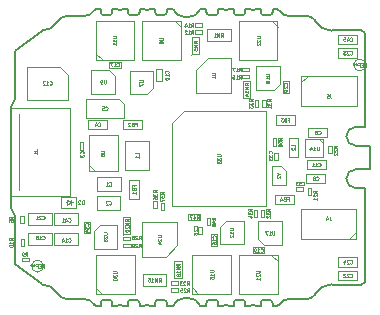
<source format=gbr>
G04 #@! TF.GenerationSoftware,KiCad,Pcbnew,6.0.4-6f826c9f35~116~ubuntu18.04.1*
G04 #@! TF.CreationDate,2022-03-27T23:11:54+02:00*
G04 #@! TF.ProjectId,ultimateFC,756c7469-6d61-4746-9546-432e6b696361,rev?*
G04 #@! TF.SameCoordinates,Original*
G04 #@! TF.FileFunction,AssemblyDrawing,Bot*
%FSLAX46Y46*%
G04 Gerber Fmt 4.6, Leading zero omitted, Abs format (unit mm)*
G04 Created by KiCad (PCBNEW 6.0.4-6f826c9f35~116~ubuntu18.04.1) date 2022-03-27 23:11:54*
%MOMM*%
%LPD*%
G01*
G04 APERTURE LIST*
G04 #@! TA.AperFunction,Profile*
%ADD10C,0.200000*%
G04 #@! TD*
%ADD11C,0.100000*%
%ADD12C,0.040000*%
%ADD13C,0.120000*%
%ADD14C,0.080000*%
G04 APERTURE END LIST*
D10*
X198000000Y-73000000D02*
X196820000Y-73000000D01*
X196820000Y-74600000D02*
X197020000Y-74600000D01*
X197020000Y-74600000D02*
X197600000Y-74600000D01*
X196020000Y-73800000D02*
G75*
G03*
X196820000Y-74600000I800000J0D01*
G01*
X196820000Y-73000000D02*
G75*
G03*
X196020000Y-73800000I0J-800000D01*
G01*
X180080000Y-59950000D02*
X180570000Y-59949602D01*
X180570000Y-59949600D02*
G75*
G03*
X180820000Y-59699602I0J250000D01*
G01*
X180820000Y-59400000D02*
X181340000Y-59400000D01*
X180820000Y-59400000D02*
X180820000Y-59699602D01*
X179819800Y-59700000D02*
G75*
G03*
X180080000Y-59950000I250200J0D01*
G01*
X196820000Y-69400000D02*
G75*
G03*
X196020000Y-70200000I0J-800000D01*
G01*
X197020000Y-69400000D02*
X197600000Y-69400000D01*
X196820000Y-69400000D02*
X197020000Y-69400000D01*
X182700000Y-60100000D02*
X182300000Y-60100000D01*
X181367432Y-59460994D02*
X181340000Y-59400000D01*
X181367432Y-59460994D02*
G75*
G03*
X182300000Y-60100000I932568J360994D01*
G01*
X179820000Y-59400000D02*
X179470000Y-59400000D01*
X179820000Y-59400000D02*
X179820000Y-59699602D01*
X179170000Y-59560555D02*
G75*
G03*
X179470000Y-59400000I0J360555D01*
G01*
X178260000Y-59949999D02*
G75*
G03*
X178520199Y-59700000I10000J249999D01*
G01*
X178260000Y-59950000D02*
X177780000Y-59950000D01*
X178520001Y-59400000D02*
X178520000Y-59699602D01*
X175960000Y-59949999D02*
G75*
G03*
X176220199Y-59700000I10000J249999D01*
G01*
X176220001Y-59400000D02*
X176220000Y-59699601D01*
X177519800Y-59700000D02*
G75*
G03*
X177780000Y-59950000I250200J0D01*
G01*
X177520000Y-59400000D02*
X177520000Y-59699602D01*
X175220000Y-59400000D02*
X175220000Y-59699602D01*
X175960000Y-59950000D02*
X175480000Y-59950000D01*
X175219800Y-59700000D02*
G75*
G03*
X175480000Y-59950000I250200J0D01*
G01*
X174698768Y-59536778D02*
X174675268Y-59549435D01*
X178520001Y-59400000D02*
X178870000Y-59400000D01*
X178869999Y-59400000D02*
G75*
G03*
X179169999Y-59560556I300001J200000D01*
G01*
X177520000Y-59400000D02*
X177170000Y-59400000D01*
X176870000Y-59560555D02*
G75*
G03*
X177170000Y-59400000I0J360555D01*
G01*
X176220001Y-59400000D02*
X176570000Y-59400000D01*
X176569999Y-59400000D02*
G75*
G03*
X176869999Y-59560556I300001J200000D01*
G01*
X174698768Y-59536778D02*
G75*
G03*
X174870001Y-59400000I-128768J336778D01*
G01*
X175220000Y-59400000D02*
X174870001Y-59400000D01*
X184180000Y-59400000D02*
X183660000Y-59400000D01*
X184920000Y-59949999D02*
G75*
G03*
X185180199Y-59700000I10000J249999D01*
G01*
X184180000Y-59400000D02*
X184180000Y-59699602D01*
X184179999Y-59699602D02*
G75*
G03*
X184430001Y-59949601I250001J2D01*
G01*
X184920000Y-59950000D02*
X184430000Y-59949602D01*
X185180000Y-59400000D02*
X185530000Y-59400000D01*
X185530000Y-59400000D02*
G75*
G03*
X185830000Y-59560555I300000J200000D01*
G01*
X185180000Y-59400000D02*
X185180000Y-59699601D01*
X188779999Y-59400000D02*
X188780000Y-59699601D01*
X186479800Y-59700000D02*
G75*
G03*
X186740000Y-59950000I250200J0D01*
G01*
X187480000Y-59400000D02*
X187480000Y-59699602D01*
X186740000Y-59950000D02*
X187219999Y-59950000D01*
X187219999Y-59949998D02*
G75*
G03*
X187480198Y-59700000I10001J249998D01*
G01*
X186479999Y-59400000D02*
X186480000Y-59699601D01*
X188779800Y-59700000D02*
G75*
G03*
X189040000Y-59950000I250200J0D01*
G01*
X189780000Y-59400000D02*
X189780000Y-59699602D01*
X189040000Y-59950000D02*
X189520000Y-59950000D01*
X186479999Y-59400000D02*
X186130000Y-59400000D01*
X189780000Y-59400000D02*
X190129999Y-59400000D01*
X188130001Y-59560555D02*
G75*
G03*
X188430000Y-59400000I-1J360555D01*
G01*
X189520000Y-59949999D02*
G75*
G03*
X189780199Y-59700000I10000J249999D01*
G01*
X187830000Y-59400000D02*
G75*
G03*
X188130001Y-59560555I300000J200000D01*
G01*
X187480000Y-59400000D02*
X187830000Y-59400000D01*
X190301232Y-59536777D02*
X190324732Y-59549435D01*
X185830002Y-59560555D02*
G75*
G03*
X186130000Y-59400000I-2J360555D01*
G01*
X190129999Y-59400000D02*
G75*
G03*
X190301232Y-59536778I300001J200000D01*
G01*
X188779999Y-59400000D02*
X188430000Y-59400000D01*
X183632567Y-59460994D02*
X183660000Y-59400000D01*
X182700000Y-60100000D02*
G75*
G03*
X183632568Y-59460994I0J1000000D01*
G01*
X180820000Y-84600000D02*
X181340000Y-84600000D01*
X180080000Y-84050001D02*
G75*
G03*
X179819801Y-84300000I-10000J-249999D01*
G01*
X180820000Y-84600000D02*
X180820000Y-84300398D01*
X180820002Y-84300398D02*
G75*
G03*
X180570000Y-84050398I-250002J-2D01*
G01*
X180080000Y-84050000D02*
X180570000Y-84050398D01*
X179820000Y-84600000D02*
X179470000Y-84600000D01*
X179470000Y-84600000D02*
G75*
G03*
X179170000Y-84439445I-300000J-200000D01*
G01*
X179820000Y-84600000D02*
X179820000Y-84300398D01*
X176220001Y-84600000D02*
X176220000Y-84300399D01*
X178520200Y-84300000D02*
G75*
G03*
X178260000Y-84050000I-250200J0D01*
G01*
X177520000Y-84600000D02*
X177520000Y-84300398D01*
X178260000Y-84050000D02*
X177780000Y-84050000D01*
X177780000Y-84050001D02*
G75*
G03*
X177519801Y-84300000I-10000J-249999D01*
G01*
X178520001Y-84600000D02*
X178520000Y-84300398D01*
X176220200Y-84300000D02*
G75*
G03*
X175960000Y-84050000I-250200J0D01*
G01*
X175220000Y-84600000D02*
X175220000Y-84300398D01*
X175960000Y-84050000D02*
X175480000Y-84050000D01*
X178520001Y-84600000D02*
X178870000Y-84600000D01*
X175220000Y-84600000D02*
X174870001Y-84600000D01*
X176869999Y-84439445D02*
G75*
G03*
X176570000Y-84600000I1J-360555D01*
G01*
X175480000Y-84050001D02*
G75*
G03*
X175219801Y-84300000I-10000J-249999D01*
G01*
X177170000Y-84600000D02*
G75*
G03*
X176870000Y-84439445I-300000J-200000D01*
G01*
X177520000Y-84600000D02*
X177170000Y-84600000D01*
X174698768Y-84463222D02*
X174675268Y-84450565D01*
X179169999Y-84439445D02*
G75*
G03*
X178870000Y-84600000I1J-360555D01*
G01*
X174870001Y-84600000D02*
G75*
G03*
X174698768Y-84463222I-300001J-200000D01*
G01*
X176220001Y-84600000D02*
X176570000Y-84600000D01*
X184180000Y-84600000D02*
X184180000Y-84300398D01*
X188779999Y-84600000D02*
X188780000Y-84300399D01*
X187480200Y-84300000D02*
G75*
G03*
X187219999Y-84050000I-250200J0D01*
G01*
X185180000Y-84600000D02*
X185180000Y-84300399D01*
X186740000Y-84050000D02*
X187219999Y-84050000D01*
X186479999Y-84600000D02*
X186480000Y-84300399D01*
X189040000Y-84050001D02*
G75*
G03*
X188779801Y-84300000I-10000J-249999D01*
G01*
X190301232Y-84463222D02*
G75*
G03*
X190129999Y-84600000I128768J-336778D01*
G01*
X186740000Y-84050001D02*
G75*
G03*
X186479801Y-84300000I-10000J-249999D01*
G01*
X189780000Y-84600000D02*
X190129999Y-84600000D01*
X188130001Y-84439445D02*
G75*
G03*
X187830000Y-84600000I-1J-360555D01*
G01*
X185830000Y-84439445D02*
G75*
G03*
X185530000Y-84600000I0J-360555D01*
G01*
X187480000Y-84600000D02*
X187480000Y-84300398D01*
X184430001Y-84050400D02*
G75*
G03*
X184180000Y-84300398I-1J-250000D01*
G01*
X188779999Y-84600000D02*
X188430000Y-84600000D01*
X188430001Y-84600000D02*
G75*
G03*
X188130001Y-84439444I-300001J-200000D01*
G01*
X189780200Y-84300000D02*
G75*
G03*
X189520000Y-84050000I-250200J0D01*
G01*
X184920000Y-84050000D02*
X184430000Y-84050398D01*
X184180000Y-84600000D02*
X183660000Y-84600000D01*
X187480000Y-84600000D02*
X187830000Y-84600000D01*
X186130001Y-84600000D02*
G75*
G03*
X185830002Y-84439444I-300001J-200000D01*
G01*
X183632568Y-84539006D02*
G75*
G03*
X182700000Y-83900000I-932568J-360994D01*
G01*
X185180200Y-84300000D02*
G75*
G03*
X184920000Y-84050000I-250200J0D01*
G01*
X189780000Y-84600000D02*
X189780000Y-84300398D01*
X189040000Y-84050000D02*
X189520000Y-84050000D01*
X186479999Y-84600000D02*
X186130000Y-84600000D01*
X190301232Y-84463223D02*
X190324732Y-84450565D01*
X185180000Y-84600000D02*
X185530000Y-84600000D01*
X183632567Y-84539006D02*
X183660000Y-84600000D01*
X181367432Y-84539006D02*
X181340000Y-84600000D01*
X182300000Y-83900000D02*
G75*
G03*
X181367432Y-84539006I0J-1000000D01*
G01*
X182700000Y-83900000D02*
X182300000Y-83900000D01*
X191250326Y-83968348D02*
G75*
G03*
X190324732Y-84450565I-50626J-1032252D01*
G01*
X195072693Y-82785418D02*
G75*
G03*
X194750000Y-82750000I-323893J-1463282D01*
G01*
X192624881Y-83994654D02*
X191250328Y-83968303D01*
X197600000Y-82500000D02*
X197300000Y-82800000D01*
X193403000Y-83584694D02*
X193469647Y-83471754D01*
X197600000Y-74600000D02*
X197600000Y-82500000D01*
X195150000Y-82800000D02*
X197300000Y-82800000D01*
X195072691Y-82785428D02*
X195150000Y-82800000D01*
X194750000Y-82749942D02*
G75*
G03*
X193469647Y-83471754I1300J-1498758D01*
G01*
X192624881Y-83994657D02*
G75*
G03*
X193403000Y-83584694I-21881J984957D01*
G01*
X171600020Y-83574985D02*
G75*
G03*
X172300790Y-83956406I771280J582585D01*
G01*
X172300002Y-60043627D02*
G75*
G03*
X171600000Y-60425000I71298J-963973D01*
G01*
X168000000Y-63000000D02*
X170250000Y-61250000D01*
X171531783Y-60529123D02*
X171600000Y-60425000D01*
X168000000Y-63000000D02*
X168000000Y-66750000D01*
X167600000Y-67700000D02*
X167600000Y-72150000D01*
X172300790Y-83956406D02*
X173799998Y-83967062D01*
X167706139Y-67555170D02*
G75*
G03*
X168000000Y-66750000I-956139J805170D01*
G01*
X171531783Y-83470877D02*
X171600000Y-83575000D01*
X168000000Y-81000000D02*
X170250000Y-82750000D01*
X174675305Y-84450540D02*
G75*
G03*
X173799998Y-83967062I-875005J-550060D01*
G01*
X172300790Y-60043594D02*
X173799998Y-60032938D01*
X171531783Y-83470877D02*
G75*
G03*
X170250000Y-82750000I-1281783J-779123D01*
G01*
X167600000Y-67700000D02*
X167706139Y-67555170D01*
X170250000Y-61250000D02*
G75*
G03*
X171531783Y-60529123I0J1500000D01*
G01*
X167600000Y-76300001D02*
X167600000Y-72150000D01*
X168000000Y-77250001D02*
G75*
G03*
X167706139Y-76444831I-1250000J1D01*
G01*
X168000000Y-81000000D02*
X168000000Y-77250001D01*
X167600000Y-76300001D02*
X167706139Y-76444831D01*
X173800000Y-60032894D02*
G75*
G03*
X174675268Y-59549437I300J1033494D01*
G01*
X193469697Y-60528216D02*
G75*
G03*
X194750000Y-61250000I1281603J776916D01*
G01*
X193402998Y-60415307D02*
G75*
G03*
X192624881Y-60005346I-799998J-574993D01*
G01*
X192624881Y-60005346D02*
X191250328Y-60031697D01*
X197600000Y-69400000D02*
X197600000Y-61500000D01*
X195150000Y-61200000D02*
X197300000Y-61200000D01*
X195072691Y-61214572D02*
X195150000Y-61200000D01*
X194750000Y-61249990D02*
G75*
G03*
X195072691Y-61214572I-1200J1498690D01*
G01*
X193403000Y-60415306D02*
X193469647Y-60528246D01*
X198000000Y-71000000D02*
X198000000Y-73000000D01*
X190324694Y-59549459D02*
G75*
G03*
X191250328Y-60031697I875006J550059D01*
G01*
X198000000Y-71000000D02*
X196820000Y-71000000D01*
X196020000Y-70200000D02*
G75*
G03*
X196820000Y-71000000I800000J0D01*
G01*
X197600000Y-61500000D02*
X197300000Y-61200000D01*
D11*
X192700000Y-65150000D02*
X192200000Y-65650000D01*
X196850000Y-78350000D02*
X196350000Y-78850000D01*
X175300000Y-63700000D02*
X174800000Y-63200000D01*
X190200000Y-80800000D02*
X189700000Y-80300000D01*
X182000000Y-60950000D02*
X181500000Y-60450000D01*
X183500000Y-83550000D02*
X183000000Y-83050000D01*
X175350000Y-83550000D02*
X174850000Y-83050000D01*
X190200000Y-60950000D02*
X189700000Y-60450000D01*
X174700000Y-73100000D02*
X174200000Y-72600000D01*
D12*
X193660000Y-69987142D02*
X193674285Y-70001428D01*
X193717142Y-70015714D01*
X193745714Y-70015714D01*
X193788571Y-70001428D01*
X193817142Y-69972857D01*
X193831428Y-69944285D01*
X193845714Y-69887142D01*
X193845714Y-69844285D01*
X193831428Y-69787142D01*
X193817142Y-69758571D01*
X193788571Y-69730000D01*
X193745714Y-69715714D01*
X193717142Y-69715714D01*
X193674285Y-69730000D01*
X193660000Y-69744285D01*
X193402857Y-69715714D02*
X193460000Y-69715714D01*
X193488571Y-69730000D01*
X193502857Y-69744285D01*
X193531428Y-69787142D01*
X193545714Y-69844285D01*
X193545714Y-69958571D01*
X193531428Y-69987142D01*
X193517142Y-70001428D01*
X193488571Y-70015714D01*
X193431428Y-70015714D01*
X193402857Y-70001428D01*
X193388571Y-69987142D01*
X193374285Y-69958571D01*
X193374285Y-69887142D01*
X193388571Y-69858571D01*
X193402857Y-69844285D01*
X193431428Y-69830000D01*
X193488571Y-69830000D01*
X193517142Y-69844285D01*
X193531428Y-69858571D01*
X193545714Y-69887142D01*
X193487500Y-73867142D02*
X193501785Y-73881428D01*
X193544642Y-73895714D01*
X193573214Y-73895714D01*
X193616071Y-73881428D01*
X193644642Y-73852857D01*
X193658928Y-73824285D01*
X193673214Y-73767142D01*
X193673214Y-73724285D01*
X193658928Y-73667142D01*
X193644642Y-73638571D01*
X193616071Y-73610000D01*
X193573214Y-73595714D01*
X193544642Y-73595714D01*
X193501785Y-73610000D01*
X193487500Y-73624285D01*
X193316071Y-73724285D02*
X193344642Y-73710000D01*
X193358928Y-73695714D01*
X193373214Y-73667142D01*
X193373214Y-73652857D01*
X193358928Y-73624285D01*
X193344642Y-73610000D01*
X193316071Y-73595714D01*
X193258928Y-73595714D01*
X193230357Y-73610000D01*
X193216071Y-73624285D01*
X193201785Y-73652857D01*
X193201785Y-73667142D01*
X193216071Y-73695714D01*
X193230357Y-73710000D01*
X193258928Y-73724285D01*
X193316071Y-73724285D01*
X193344642Y-73738571D01*
X193358928Y-73752857D01*
X193373214Y-73781428D01*
X193373214Y-73838571D01*
X193358928Y-73867142D01*
X193344642Y-73881428D01*
X193316071Y-73895714D01*
X193258928Y-73895714D01*
X193230357Y-73881428D01*
X193216071Y-73867142D01*
X193201785Y-73838571D01*
X193201785Y-73781428D01*
X193216071Y-73752857D01*
X193230357Y-73738571D01*
X193258928Y-73724285D01*
X193655357Y-72717142D02*
X193669642Y-72731428D01*
X193712500Y-72745714D01*
X193741071Y-72745714D01*
X193783928Y-72731428D01*
X193812500Y-72702857D01*
X193826785Y-72674285D01*
X193841071Y-72617142D01*
X193841071Y-72574285D01*
X193826785Y-72517142D01*
X193812500Y-72488571D01*
X193783928Y-72460000D01*
X193741071Y-72445714D01*
X193712500Y-72445714D01*
X193669642Y-72460000D01*
X193655357Y-72474285D01*
X193369642Y-72745714D02*
X193541071Y-72745714D01*
X193455357Y-72745714D02*
X193455357Y-72445714D01*
X193483928Y-72488571D01*
X193512500Y-72517142D01*
X193541071Y-72531428D01*
X193083928Y-72745714D02*
X193255357Y-72745714D01*
X193169642Y-72745714D02*
X193169642Y-72445714D01*
X193198214Y-72488571D01*
X193226785Y-72517142D01*
X193255357Y-72531428D01*
X191675714Y-71082500D02*
X191675714Y-70939642D01*
X191375714Y-70939642D01*
X191404285Y-71168214D02*
X191390000Y-71182500D01*
X191375714Y-71211071D01*
X191375714Y-71282500D01*
X191390000Y-71311071D01*
X191404285Y-71325357D01*
X191432857Y-71339642D01*
X191461428Y-71339642D01*
X191504285Y-71325357D01*
X191675714Y-71153928D01*
X191675714Y-71339642D01*
X180185714Y-61871428D02*
X180428571Y-61871428D01*
X180457142Y-61885714D01*
X180471428Y-61900000D01*
X180485714Y-61928571D01*
X180485714Y-61985714D01*
X180471428Y-62014285D01*
X180457142Y-62028571D01*
X180428571Y-62042857D01*
X180185714Y-62042857D01*
X180314285Y-62228571D02*
X180300000Y-62200000D01*
X180285714Y-62185714D01*
X180257142Y-62171428D01*
X180242857Y-62171428D01*
X180214285Y-62185714D01*
X180200000Y-62200000D01*
X180185714Y-62228571D01*
X180185714Y-62285714D01*
X180200000Y-62314285D01*
X180214285Y-62328571D01*
X180242857Y-62342857D01*
X180257142Y-62342857D01*
X180285714Y-62328571D01*
X180300000Y-62314285D01*
X180314285Y-62285714D01*
X180314285Y-62228571D01*
X180328571Y-62200000D01*
X180342857Y-62185714D01*
X180371428Y-62171428D01*
X180428571Y-62171428D01*
X180457142Y-62185714D01*
X180471428Y-62200000D01*
X180485714Y-62228571D01*
X180485714Y-62285714D01*
X180471428Y-62314285D01*
X180457142Y-62328571D01*
X180428571Y-62342857D01*
X180371428Y-62342857D01*
X180342857Y-62328571D01*
X180328571Y-62314285D01*
X180314285Y-62285714D01*
X180947142Y-64837142D02*
X180961428Y-64822857D01*
X180975714Y-64780000D01*
X180975714Y-64751428D01*
X180961428Y-64708571D01*
X180932857Y-64680000D01*
X180904285Y-64665714D01*
X180847142Y-64651428D01*
X180804285Y-64651428D01*
X180747142Y-64665714D01*
X180718571Y-64680000D01*
X180690000Y-64708571D01*
X180675714Y-64751428D01*
X180675714Y-64780000D01*
X180690000Y-64822857D01*
X180704285Y-64837142D01*
X180975714Y-65122857D02*
X180975714Y-64951428D01*
X180975714Y-65037142D02*
X180675714Y-65037142D01*
X180718571Y-65008571D01*
X180747142Y-64980000D01*
X180761428Y-64951428D01*
X180675714Y-65308571D02*
X180675714Y-65337142D01*
X180690000Y-65365714D01*
X180704285Y-65380000D01*
X180732857Y-65394285D01*
X180790000Y-65408571D01*
X180861428Y-65408571D01*
X180918571Y-65394285D01*
X180947142Y-65380000D01*
X180961428Y-65365714D01*
X180975714Y-65337142D01*
X180975714Y-65308571D01*
X180961428Y-65280000D01*
X180947142Y-65265714D01*
X180918571Y-65251428D01*
X180861428Y-65237142D01*
X180790000Y-65237142D01*
X180732857Y-65251428D01*
X180704285Y-65265714D01*
X180690000Y-65280000D01*
X180675714Y-65308571D01*
X178505714Y-65421428D02*
X178748571Y-65421428D01*
X178777142Y-65435714D01*
X178791428Y-65450000D01*
X178805714Y-65478571D01*
X178805714Y-65535714D01*
X178791428Y-65564285D01*
X178777142Y-65578571D01*
X178748571Y-65592857D01*
X178505714Y-65592857D01*
X178505714Y-65707142D02*
X178505714Y-65907142D01*
X178805714Y-65778571D01*
X175668571Y-65435714D02*
X175668571Y-65678571D01*
X175654285Y-65707142D01*
X175640000Y-65721428D01*
X175611428Y-65735714D01*
X175554285Y-65735714D01*
X175525714Y-65721428D01*
X175511428Y-65707142D01*
X175497142Y-65678571D01*
X175497142Y-65435714D01*
X175340000Y-65735714D02*
X175282857Y-65735714D01*
X175254285Y-65721428D01*
X175240000Y-65707142D01*
X175211428Y-65664285D01*
X175197142Y-65607142D01*
X175197142Y-65492857D01*
X175211428Y-65464285D01*
X175225714Y-65450000D01*
X175254285Y-65435714D01*
X175311428Y-65435714D01*
X175340000Y-65450000D01*
X175354285Y-65464285D01*
X175368571Y-65492857D01*
X175368571Y-65564285D01*
X175354285Y-65592857D01*
X175340000Y-65607142D01*
X175311428Y-65621428D01*
X175254285Y-65621428D01*
X175225714Y-65607142D01*
X175211428Y-65592857D01*
X175197142Y-65564285D01*
X176235714Y-61728571D02*
X176478571Y-61728571D01*
X176507142Y-61742857D01*
X176521428Y-61757142D01*
X176535714Y-61785714D01*
X176535714Y-61842857D01*
X176521428Y-61871428D01*
X176507142Y-61885714D01*
X176478571Y-61900000D01*
X176235714Y-61900000D01*
X176535714Y-62200000D02*
X176535714Y-62028571D01*
X176535714Y-62114285D02*
X176235714Y-62114285D01*
X176278571Y-62085714D01*
X176307142Y-62057142D01*
X176321428Y-62028571D01*
X176535714Y-62485714D02*
X176535714Y-62314285D01*
X176535714Y-62400000D02*
X176235714Y-62400000D01*
X176278571Y-62371428D01*
X176307142Y-62342857D01*
X176321428Y-62314285D01*
X176607857Y-64257142D02*
X176622142Y-64271428D01*
X176665000Y-64285714D01*
X176693571Y-64285714D01*
X176736428Y-64271428D01*
X176765000Y-64242857D01*
X176779285Y-64214285D01*
X176793571Y-64157142D01*
X176793571Y-64114285D01*
X176779285Y-64057142D01*
X176765000Y-64028571D01*
X176736428Y-64000000D01*
X176693571Y-63985714D01*
X176665000Y-63985714D01*
X176622142Y-64000000D01*
X176607857Y-64014285D01*
X176322142Y-64285714D02*
X176493571Y-64285714D01*
X176407857Y-64285714D02*
X176407857Y-63985714D01*
X176436428Y-64028571D01*
X176465000Y-64057142D01*
X176493571Y-64071428D01*
X176222142Y-63985714D02*
X176022142Y-63985714D01*
X176150714Y-64285714D01*
X170892857Y-65807142D02*
X170907142Y-65821428D01*
X170950000Y-65835714D01*
X170978571Y-65835714D01*
X171021428Y-65821428D01*
X171050000Y-65792857D01*
X171064285Y-65764285D01*
X171078571Y-65707142D01*
X171078571Y-65664285D01*
X171064285Y-65607142D01*
X171050000Y-65578571D01*
X171021428Y-65550000D01*
X170978571Y-65535714D01*
X170950000Y-65535714D01*
X170907142Y-65550000D01*
X170892857Y-65564285D01*
X170607142Y-65835714D02*
X170778571Y-65835714D01*
X170692857Y-65835714D02*
X170692857Y-65535714D01*
X170721428Y-65578571D01*
X170750000Y-65607142D01*
X170778571Y-65621428D01*
X170492857Y-65564285D02*
X170478571Y-65550000D01*
X170450000Y-65535714D01*
X170378571Y-65535714D01*
X170350000Y-65550000D01*
X170335714Y-65564285D01*
X170321428Y-65592857D01*
X170321428Y-65621428D01*
X170335714Y-65664285D01*
X170507142Y-65835714D01*
X170321428Y-65835714D01*
X172492857Y-79107142D02*
X172507142Y-79121428D01*
X172550000Y-79135714D01*
X172578571Y-79135714D01*
X172621428Y-79121428D01*
X172650000Y-79092857D01*
X172664285Y-79064285D01*
X172678571Y-79007142D01*
X172678571Y-78964285D01*
X172664285Y-78907142D01*
X172650000Y-78878571D01*
X172621428Y-78850000D01*
X172578571Y-78835714D01*
X172550000Y-78835714D01*
X172507142Y-78850000D01*
X172492857Y-78864285D01*
X172207142Y-79135714D02*
X172378571Y-79135714D01*
X172292857Y-79135714D02*
X172292857Y-78835714D01*
X172321428Y-78878571D01*
X172350000Y-78907142D01*
X172378571Y-78921428D01*
X171950000Y-78935714D02*
X171950000Y-79135714D01*
X172021428Y-78821428D02*
X172092857Y-79035714D01*
X171907142Y-79035714D01*
X170292857Y-78907142D02*
X170307142Y-78921428D01*
X170350000Y-78935714D01*
X170378571Y-78935714D01*
X170421428Y-78921428D01*
X170450000Y-78892857D01*
X170464285Y-78864285D01*
X170478571Y-78807142D01*
X170478571Y-78764285D01*
X170464285Y-78707142D01*
X170450000Y-78678571D01*
X170421428Y-78650000D01*
X170378571Y-78635714D01*
X170350000Y-78635714D01*
X170307142Y-78650000D01*
X170292857Y-78664285D01*
X170007142Y-78935714D02*
X170178571Y-78935714D01*
X170092857Y-78935714D02*
X170092857Y-78635714D01*
X170121428Y-78678571D01*
X170150000Y-78707142D01*
X170178571Y-78721428D01*
X169735714Y-78635714D02*
X169878571Y-78635714D01*
X169892857Y-78778571D01*
X169878571Y-78764285D01*
X169850000Y-78750000D01*
X169778571Y-78750000D01*
X169750000Y-78764285D01*
X169735714Y-78778571D01*
X169721428Y-78807142D01*
X169721428Y-78878571D01*
X169735714Y-78907142D01*
X169750000Y-78921428D01*
X169778571Y-78935714D01*
X169850000Y-78935714D01*
X169878571Y-78921428D01*
X169892857Y-78907142D01*
X184957142Y-78777142D02*
X184971428Y-78762857D01*
X184985714Y-78720000D01*
X184985714Y-78691428D01*
X184971428Y-78648571D01*
X184942857Y-78620000D01*
X184914285Y-78605714D01*
X184857142Y-78591428D01*
X184814285Y-78591428D01*
X184757142Y-78605714D01*
X184728571Y-78620000D01*
X184700000Y-78648571D01*
X184685714Y-78691428D01*
X184685714Y-78720000D01*
X184700000Y-78762857D01*
X184714285Y-78777142D01*
X184985714Y-79062857D02*
X184985714Y-78891428D01*
X184985714Y-78977142D02*
X184685714Y-78977142D01*
X184728571Y-78948571D01*
X184757142Y-78920000D01*
X184771428Y-78891428D01*
X184685714Y-79320000D02*
X184685714Y-79262857D01*
X184700000Y-79234285D01*
X184714285Y-79220000D01*
X184757142Y-79191428D01*
X184814285Y-79177142D01*
X184928571Y-79177142D01*
X184957142Y-79191428D01*
X184971428Y-79205714D01*
X184985714Y-79234285D01*
X184985714Y-79291428D01*
X184971428Y-79320000D01*
X184957142Y-79334285D01*
X184928571Y-79348571D01*
X184857142Y-79348571D01*
X184828571Y-79334285D01*
X184814285Y-79320000D01*
X184800000Y-79291428D01*
X184800000Y-79234285D01*
X184814285Y-79205714D01*
X184828571Y-79191428D01*
X184857142Y-79177142D01*
X188777857Y-79967142D02*
X188792142Y-79981428D01*
X188835000Y-79995714D01*
X188863571Y-79995714D01*
X188906428Y-79981428D01*
X188935000Y-79952857D01*
X188949285Y-79924285D01*
X188963571Y-79867142D01*
X188963571Y-79824285D01*
X188949285Y-79767142D01*
X188935000Y-79738571D01*
X188906428Y-79710000D01*
X188863571Y-79695714D01*
X188835000Y-79695714D01*
X188792142Y-79710000D01*
X188777857Y-79724285D01*
X188492142Y-79995714D02*
X188663571Y-79995714D01*
X188577857Y-79995714D02*
X188577857Y-79695714D01*
X188606428Y-79738571D01*
X188635000Y-79767142D01*
X188663571Y-79781428D01*
X188349285Y-79995714D02*
X188292142Y-79995714D01*
X188263571Y-79981428D01*
X188249285Y-79967142D01*
X188220714Y-79924285D01*
X188206428Y-79867142D01*
X188206428Y-79752857D01*
X188220714Y-79724285D01*
X188235000Y-79710000D01*
X188263571Y-79695714D01*
X188320714Y-79695714D01*
X188349285Y-79710000D01*
X188363571Y-79724285D01*
X188377857Y-79752857D01*
X188377857Y-79824285D01*
X188363571Y-79852857D01*
X188349285Y-79867142D01*
X188320714Y-79881428D01*
X188263571Y-79881428D01*
X188235000Y-79867142D01*
X188220714Y-79852857D01*
X188206428Y-79824285D01*
X183357142Y-77957142D02*
X183371428Y-77942857D01*
X183385714Y-77900000D01*
X183385714Y-77871428D01*
X183371428Y-77828571D01*
X183342857Y-77800000D01*
X183314285Y-77785714D01*
X183257142Y-77771428D01*
X183214285Y-77771428D01*
X183157142Y-77785714D01*
X183128571Y-77800000D01*
X183100000Y-77828571D01*
X183085714Y-77871428D01*
X183085714Y-77900000D01*
X183100000Y-77942857D01*
X183114285Y-77957142D01*
X183114285Y-78071428D02*
X183100000Y-78085714D01*
X183085714Y-78114285D01*
X183085714Y-78185714D01*
X183100000Y-78214285D01*
X183114285Y-78228571D01*
X183142857Y-78242857D01*
X183171428Y-78242857D01*
X183214285Y-78228571D01*
X183385714Y-78057142D01*
X183385714Y-78242857D01*
X183214285Y-78414285D02*
X183200000Y-78385714D01*
X183185714Y-78371428D01*
X183157142Y-78357142D01*
X183142857Y-78357142D01*
X183114285Y-78371428D01*
X183100000Y-78385714D01*
X183085714Y-78414285D01*
X183085714Y-78471428D01*
X183100000Y-78500000D01*
X183114285Y-78514285D01*
X183142857Y-78528571D01*
X183157142Y-78528571D01*
X183185714Y-78514285D01*
X183200000Y-78500000D01*
X183214285Y-78471428D01*
X183214285Y-78414285D01*
X183228571Y-78385714D01*
X183242857Y-78371428D01*
X183271428Y-78357142D01*
X183328571Y-78357142D01*
X183357142Y-78371428D01*
X183371428Y-78385714D01*
X183385714Y-78414285D01*
X183385714Y-78471428D01*
X183371428Y-78500000D01*
X183357142Y-78514285D01*
X183328571Y-78528571D01*
X183271428Y-78528571D01*
X183242857Y-78514285D01*
X183228571Y-78500000D01*
X183214285Y-78471428D01*
X190987142Y-65852142D02*
X191001428Y-65837857D01*
X191015714Y-65795000D01*
X191015714Y-65766428D01*
X191001428Y-65723571D01*
X190972857Y-65695000D01*
X190944285Y-65680714D01*
X190887142Y-65666428D01*
X190844285Y-65666428D01*
X190787142Y-65680714D01*
X190758571Y-65695000D01*
X190730000Y-65723571D01*
X190715714Y-65766428D01*
X190715714Y-65795000D01*
X190730000Y-65837857D01*
X190744285Y-65852142D01*
X190744285Y-65966428D02*
X190730000Y-65980714D01*
X190715714Y-66009285D01*
X190715714Y-66080714D01*
X190730000Y-66109285D01*
X190744285Y-66123571D01*
X190772857Y-66137857D01*
X190801428Y-66137857D01*
X190844285Y-66123571D01*
X191015714Y-65952142D01*
X191015714Y-66137857D01*
X191015714Y-66280714D02*
X191015714Y-66337857D01*
X191001428Y-66366428D01*
X190987142Y-66380714D01*
X190944285Y-66409285D01*
X190887142Y-66423571D01*
X190772857Y-66423571D01*
X190744285Y-66409285D01*
X190730000Y-66395000D01*
X190715714Y-66366428D01*
X190715714Y-66309285D01*
X190730000Y-66280714D01*
X190744285Y-66266428D01*
X190772857Y-66252142D01*
X190844285Y-66252142D01*
X190872857Y-66266428D01*
X190887142Y-66280714D01*
X190901428Y-66309285D01*
X190901428Y-66366428D01*
X190887142Y-66395000D01*
X190872857Y-66409285D01*
X190844285Y-66423571D01*
X189707142Y-71657142D02*
X189721428Y-71642857D01*
X189735714Y-71600000D01*
X189735714Y-71571428D01*
X189721428Y-71528571D01*
X189692857Y-71500000D01*
X189664285Y-71485714D01*
X189607142Y-71471428D01*
X189564285Y-71471428D01*
X189507142Y-71485714D01*
X189478571Y-71500000D01*
X189450000Y-71528571D01*
X189435714Y-71571428D01*
X189435714Y-71600000D01*
X189450000Y-71642857D01*
X189464285Y-71657142D01*
X189435714Y-71757142D02*
X189435714Y-71942857D01*
X189550000Y-71842857D01*
X189550000Y-71885714D01*
X189564285Y-71914285D01*
X189578571Y-71928571D01*
X189607142Y-71942857D01*
X189678571Y-71942857D01*
X189707142Y-71928571D01*
X189721428Y-71914285D01*
X189735714Y-71885714D01*
X189735714Y-71800000D01*
X189721428Y-71771428D01*
X189707142Y-71757142D01*
X189435714Y-72042857D02*
X189435714Y-72228571D01*
X189550000Y-72128571D01*
X189550000Y-72171428D01*
X189564285Y-72200000D01*
X189578571Y-72214285D01*
X189607142Y-72228571D01*
X189678571Y-72228571D01*
X189707142Y-72214285D01*
X189721428Y-72200000D01*
X189735714Y-72171428D01*
X189735714Y-72085714D01*
X189721428Y-72057142D01*
X189707142Y-72042857D01*
X174167142Y-77727142D02*
X174181428Y-77712857D01*
X174195714Y-77670000D01*
X174195714Y-77641428D01*
X174181428Y-77598571D01*
X174152857Y-77570000D01*
X174124285Y-77555714D01*
X174067142Y-77541428D01*
X174024285Y-77541428D01*
X173967142Y-77555714D01*
X173938571Y-77570000D01*
X173910000Y-77598571D01*
X173895714Y-77641428D01*
X173895714Y-77670000D01*
X173910000Y-77712857D01*
X173924285Y-77727142D01*
X173895714Y-77827142D02*
X173895714Y-78012857D01*
X174010000Y-77912857D01*
X174010000Y-77955714D01*
X174024285Y-77984285D01*
X174038571Y-77998571D01*
X174067142Y-78012857D01*
X174138571Y-78012857D01*
X174167142Y-77998571D01*
X174181428Y-77984285D01*
X174195714Y-77955714D01*
X174195714Y-77870000D01*
X174181428Y-77841428D01*
X174167142Y-77827142D01*
X173995714Y-78270000D02*
X174195714Y-78270000D01*
X173881428Y-78198571D02*
X174095714Y-78127142D01*
X174095714Y-78312857D01*
X191092500Y-68798571D02*
X191192500Y-68798571D01*
X191192500Y-68955714D02*
X191192500Y-68655714D01*
X191049642Y-68655714D01*
X190835357Y-68798571D02*
X190792500Y-68812857D01*
X190778214Y-68827142D01*
X190763928Y-68855714D01*
X190763928Y-68898571D01*
X190778214Y-68927142D01*
X190792500Y-68941428D01*
X190821071Y-68955714D01*
X190935357Y-68955714D01*
X190935357Y-68655714D01*
X190835357Y-68655714D01*
X190806785Y-68670000D01*
X190792500Y-68684285D01*
X190778214Y-68712857D01*
X190778214Y-68741428D01*
X190792500Y-68770000D01*
X190806785Y-68784285D01*
X190835357Y-68798571D01*
X190935357Y-68798571D01*
X190663928Y-68655714D02*
X190478214Y-68655714D01*
X190578214Y-68770000D01*
X190535357Y-68770000D01*
X190506785Y-68784285D01*
X190492500Y-68798571D01*
X190478214Y-68827142D01*
X190478214Y-68898571D01*
X190492500Y-68927142D01*
X190506785Y-68941428D01*
X190535357Y-68955714D01*
X190621071Y-68955714D01*
X190649642Y-68941428D01*
X190663928Y-68927142D01*
X191030000Y-75518571D02*
X191130000Y-75518571D01*
X191130000Y-75675714D02*
X191130000Y-75375714D01*
X190987142Y-75375714D01*
X190772857Y-75518571D02*
X190730000Y-75532857D01*
X190715714Y-75547142D01*
X190701428Y-75575714D01*
X190701428Y-75618571D01*
X190715714Y-75647142D01*
X190730000Y-75661428D01*
X190758571Y-75675714D01*
X190872857Y-75675714D01*
X190872857Y-75375714D01*
X190772857Y-75375714D01*
X190744285Y-75390000D01*
X190730000Y-75404285D01*
X190715714Y-75432857D01*
X190715714Y-75461428D01*
X190730000Y-75490000D01*
X190744285Y-75504285D01*
X190772857Y-75518571D01*
X190872857Y-75518571D01*
X190444285Y-75475714D02*
X190444285Y-75675714D01*
X190515714Y-75361428D02*
X190587142Y-75575714D01*
X190401428Y-75575714D01*
X194610000Y-77005714D02*
X194610000Y-77220000D01*
X194624285Y-77262857D01*
X194652857Y-77291428D01*
X194695714Y-77305714D01*
X194724285Y-77305714D01*
X194338571Y-77105714D02*
X194338571Y-77305714D01*
X194410000Y-76991428D02*
X194481428Y-77205714D01*
X194295714Y-77205714D01*
X194650000Y-66660714D02*
X194650000Y-66875000D01*
X194664285Y-66917857D01*
X194692857Y-66946428D01*
X194735714Y-66960714D01*
X194764285Y-66960714D01*
X194364285Y-66660714D02*
X194507142Y-66660714D01*
X194521428Y-66803571D01*
X194507142Y-66789285D01*
X194478571Y-66775000D01*
X194407142Y-66775000D01*
X194378571Y-66789285D01*
X194364285Y-66803571D01*
X194350000Y-66832142D01*
X194350000Y-66903571D01*
X194364285Y-66932142D01*
X194378571Y-66946428D01*
X194407142Y-66960714D01*
X194478571Y-66960714D01*
X194507142Y-66946428D01*
X194521428Y-66932142D01*
X183385714Y-62342857D02*
X183242857Y-62242857D01*
X183385714Y-62171428D02*
X183085714Y-62171428D01*
X183085714Y-62285714D01*
X183100000Y-62314285D01*
X183114285Y-62328571D01*
X183142857Y-62342857D01*
X183185714Y-62342857D01*
X183214285Y-62328571D01*
X183228571Y-62314285D01*
X183242857Y-62285714D01*
X183242857Y-62171428D01*
X183385714Y-62471428D02*
X183085714Y-62471428D01*
X183385714Y-62642857D01*
X183085714Y-62642857D01*
X183085714Y-62928571D02*
X183085714Y-62785714D01*
X183228571Y-62771428D01*
X183214285Y-62785714D01*
X183200000Y-62814285D01*
X183200000Y-62885714D01*
X183214285Y-62914285D01*
X183228571Y-62928571D01*
X183257142Y-62942857D01*
X183328571Y-62942857D01*
X183357142Y-62928571D01*
X183371428Y-62914285D01*
X183385714Y-62885714D01*
X183385714Y-62814285D01*
X183371428Y-62785714D01*
X183357142Y-62771428D01*
X187735714Y-65900000D02*
X187592857Y-65800000D01*
X187735714Y-65728571D02*
X187435714Y-65728571D01*
X187435714Y-65842857D01*
X187450000Y-65871428D01*
X187464285Y-65885714D01*
X187492857Y-65900000D01*
X187535714Y-65900000D01*
X187564285Y-65885714D01*
X187578571Y-65871428D01*
X187592857Y-65842857D01*
X187592857Y-65728571D01*
X187735714Y-66028571D02*
X187435714Y-66028571D01*
X187735714Y-66200000D01*
X187435714Y-66200000D01*
X187735714Y-66500000D02*
X187735714Y-66328571D01*
X187735714Y-66414285D02*
X187435714Y-66414285D01*
X187478571Y-66385714D01*
X187507142Y-66357142D01*
X187521428Y-66328571D01*
X187535714Y-66757142D02*
X187735714Y-66757142D01*
X187421428Y-66685714D02*
X187635714Y-66614285D01*
X187635714Y-66800000D01*
X181935714Y-81150000D02*
X181792857Y-81050000D01*
X181935714Y-80978571D02*
X181635714Y-80978571D01*
X181635714Y-81092857D01*
X181650000Y-81121428D01*
X181664285Y-81135714D01*
X181692857Y-81150000D01*
X181735714Y-81150000D01*
X181764285Y-81135714D01*
X181778571Y-81121428D01*
X181792857Y-81092857D01*
X181792857Y-80978571D01*
X181935714Y-81278571D02*
X181635714Y-81278571D01*
X181935714Y-81450000D01*
X181635714Y-81450000D01*
X181935714Y-81750000D02*
X181935714Y-81578571D01*
X181935714Y-81664285D02*
X181635714Y-81664285D01*
X181678571Y-81635714D01*
X181707142Y-81607142D01*
X181721428Y-81578571D01*
X181764285Y-81921428D02*
X181750000Y-81892857D01*
X181735714Y-81878571D01*
X181707142Y-81864285D01*
X181692857Y-81864285D01*
X181664285Y-81878571D01*
X181650000Y-81892857D01*
X181635714Y-81921428D01*
X181635714Y-81978571D01*
X181650000Y-82007142D01*
X181664285Y-82021428D01*
X181692857Y-82035714D01*
X181707142Y-82035714D01*
X181735714Y-82021428D01*
X181750000Y-82007142D01*
X181764285Y-81978571D01*
X181764285Y-81921428D01*
X181778571Y-81892857D01*
X181792857Y-81878571D01*
X181821428Y-81864285D01*
X181878571Y-81864285D01*
X181907142Y-81878571D01*
X181921428Y-81892857D01*
X181935714Y-81921428D01*
X181935714Y-81978571D01*
X181921428Y-82007142D01*
X181907142Y-82021428D01*
X181878571Y-82035714D01*
X181821428Y-82035714D01*
X181792857Y-82021428D01*
X181778571Y-82007142D01*
X181764285Y-81978571D01*
X177585714Y-77390000D02*
X177442857Y-77290000D01*
X177585714Y-77218571D02*
X177285714Y-77218571D01*
X177285714Y-77332857D01*
X177300000Y-77361428D01*
X177314285Y-77375714D01*
X177342857Y-77390000D01*
X177385714Y-77390000D01*
X177414285Y-77375714D01*
X177428571Y-77361428D01*
X177442857Y-77332857D01*
X177442857Y-77218571D01*
X177585714Y-77518571D02*
X177285714Y-77518571D01*
X177585714Y-77690000D01*
X177285714Y-77690000D01*
X177314285Y-77818571D02*
X177300000Y-77832857D01*
X177285714Y-77861428D01*
X177285714Y-77932857D01*
X177300000Y-77961428D01*
X177314285Y-77975714D01*
X177342857Y-77990000D01*
X177371428Y-77990000D01*
X177414285Y-77975714D01*
X177585714Y-77804285D01*
X177585714Y-77990000D01*
X177285714Y-78175714D02*
X177285714Y-78204285D01*
X177300000Y-78232857D01*
X177314285Y-78247142D01*
X177342857Y-78261428D01*
X177400000Y-78275714D01*
X177471428Y-78275714D01*
X177528571Y-78261428D01*
X177557142Y-78247142D01*
X177571428Y-78232857D01*
X177585714Y-78204285D01*
X177585714Y-78175714D01*
X177571428Y-78147142D01*
X177557142Y-78132857D01*
X177528571Y-78118571D01*
X177471428Y-78104285D01*
X177400000Y-78104285D01*
X177342857Y-78118571D01*
X177314285Y-78132857D01*
X177300000Y-78147142D01*
X177285714Y-78175714D01*
X184615714Y-64821428D02*
X184858571Y-64821428D01*
X184887142Y-64835714D01*
X184901428Y-64850000D01*
X184915714Y-64878571D01*
X184915714Y-64935714D01*
X184901428Y-64964285D01*
X184887142Y-64978571D01*
X184858571Y-64992857D01*
X184615714Y-64992857D01*
X184915714Y-65292857D02*
X184915714Y-65121428D01*
X184915714Y-65207142D02*
X184615714Y-65207142D01*
X184658571Y-65178571D01*
X184687142Y-65150000D01*
X184701428Y-65121428D01*
X186155714Y-77978571D02*
X186398571Y-77978571D01*
X186427142Y-77992857D01*
X186441428Y-78007142D01*
X186455714Y-78035714D01*
X186455714Y-78092857D01*
X186441428Y-78121428D01*
X186427142Y-78135714D01*
X186398571Y-78150000D01*
X186155714Y-78150000D01*
X186455714Y-78450000D02*
X186455714Y-78278571D01*
X186455714Y-78364285D02*
X186155714Y-78364285D01*
X186198571Y-78335714D01*
X186227142Y-78307142D01*
X186241428Y-78278571D01*
X186184285Y-78564285D02*
X186170000Y-78578571D01*
X186155714Y-78607142D01*
X186155714Y-78678571D01*
X186170000Y-78707142D01*
X186184285Y-78721428D01*
X186212857Y-78735714D01*
X186241428Y-78735714D01*
X186284285Y-78721428D01*
X186455714Y-78550000D01*
X186455714Y-78735714D01*
X184485714Y-81528571D02*
X184728571Y-81528571D01*
X184757142Y-81542857D01*
X184771428Y-81557142D01*
X184785714Y-81585714D01*
X184785714Y-81642857D01*
X184771428Y-81671428D01*
X184757142Y-81685714D01*
X184728571Y-81700000D01*
X184485714Y-81700000D01*
X184785714Y-82000000D02*
X184785714Y-81828571D01*
X184785714Y-81914285D02*
X184485714Y-81914285D01*
X184528571Y-81885714D01*
X184557142Y-81857142D01*
X184571428Y-81828571D01*
X184485714Y-82271428D02*
X184485714Y-82128571D01*
X184628571Y-82114285D01*
X184614285Y-82128571D01*
X184600000Y-82157142D01*
X184600000Y-82228571D01*
X184614285Y-82257142D01*
X184628571Y-82271428D01*
X184657142Y-82285714D01*
X184728571Y-82285714D01*
X184757142Y-82271428D01*
X184771428Y-82257142D01*
X184785714Y-82228571D01*
X184785714Y-82157142D01*
X184771428Y-82128571D01*
X184757142Y-82114285D01*
X189921428Y-78235714D02*
X189921428Y-78478571D01*
X189907142Y-78507142D01*
X189892857Y-78521428D01*
X189864285Y-78535714D01*
X189807142Y-78535714D01*
X189778571Y-78521428D01*
X189764285Y-78507142D01*
X189750000Y-78478571D01*
X189750000Y-78235714D01*
X189450000Y-78535714D02*
X189621428Y-78535714D01*
X189535714Y-78535714D02*
X189535714Y-78235714D01*
X189564285Y-78278571D01*
X189592857Y-78307142D01*
X189621428Y-78321428D01*
X189350000Y-78235714D02*
X189150000Y-78235714D01*
X189278571Y-78535714D01*
X189205714Y-64908571D02*
X189448571Y-64908571D01*
X189477142Y-64922857D01*
X189491428Y-64937142D01*
X189505714Y-64965714D01*
X189505714Y-65022857D01*
X189491428Y-65051428D01*
X189477142Y-65065714D01*
X189448571Y-65080000D01*
X189205714Y-65080000D01*
X189505714Y-65380000D02*
X189505714Y-65208571D01*
X189505714Y-65294285D02*
X189205714Y-65294285D01*
X189248571Y-65265714D01*
X189277142Y-65237142D01*
X189291428Y-65208571D01*
X189334285Y-65551428D02*
X189320000Y-65522857D01*
X189305714Y-65508571D01*
X189277142Y-65494285D01*
X189262857Y-65494285D01*
X189234285Y-65508571D01*
X189220000Y-65522857D01*
X189205714Y-65551428D01*
X189205714Y-65608571D01*
X189220000Y-65637142D01*
X189234285Y-65651428D01*
X189262857Y-65665714D01*
X189277142Y-65665714D01*
X189305714Y-65651428D01*
X189320000Y-65637142D01*
X189334285Y-65608571D01*
X189334285Y-65551428D01*
X189348571Y-65522857D01*
X189362857Y-65508571D01*
X189391428Y-65494285D01*
X189448571Y-65494285D01*
X189477142Y-65508571D01*
X189491428Y-65522857D01*
X189505714Y-65551428D01*
X189505714Y-65608571D01*
X189491428Y-65637142D01*
X189477142Y-65651428D01*
X189448571Y-65665714D01*
X189391428Y-65665714D01*
X189362857Y-65651428D01*
X189348571Y-65637142D01*
X189334285Y-65608571D01*
X188385714Y-81578571D02*
X188628571Y-81578571D01*
X188657142Y-81592857D01*
X188671428Y-81607142D01*
X188685714Y-81635714D01*
X188685714Y-81692857D01*
X188671428Y-81721428D01*
X188657142Y-81735714D01*
X188628571Y-81750000D01*
X188385714Y-81750000D01*
X188414285Y-81878571D02*
X188400000Y-81892857D01*
X188385714Y-81921428D01*
X188385714Y-81992857D01*
X188400000Y-82021428D01*
X188414285Y-82035714D01*
X188442857Y-82050000D01*
X188471428Y-82050000D01*
X188514285Y-82035714D01*
X188685714Y-81864285D01*
X188685714Y-82050000D01*
X188685714Y-82335714D02*
X188685714Y-82164285D01*
X188685714Y-82250000D02*
X188385714Y-82250000D01*
X188428571Y-82221428D01*
X188457142Y-82192857D01*
X188471428Y-82164285D01*
X188435714Y-61728571D02*
X188678571Y-61728571D01*
X188707142Y-61742857D01*
X188721428Y-61757142D01*
X188735714Y-61785714D01*
X188735714Y-61842857D01*
X188721428Y-61871428D01*
X188707142Y-61885714D01*
X188678571Y-61900000D01*
X188435714Y-61900000D01*
X188464285Y-62028571D02*
X188450000Y-62042857D01*
X188435714Y-62071428D01*
X188435714Y-62142857D01*
X188450000Y-62171428D01*
X188464285Y-62185714D01*
X188492857Y-62200000D01*
X188521428Y-62200000D01*
X188564285Y-62185714D01*
X188735714Y-62014285D01*
X188735714Y-62200000D01*
X188464285Y-62314285D02*
X188450000Y-62328571D01*
X188435714Y-62357142D01*
X188435714Y-62428571D01*
X188450000Y-62457142D01*
X188464285Y-62471428D01*
X188492857Y-62485714D01*
X188521428Y-62485714D01*
X188564285Y-62471428D01*
X188735714Y-62300000D01*
X188735714Y-62485714D01*
X175465714Y-78348571D02*
X175708571Y-78348571D01*
X175737142Y-78362857D01*
X175751428Y-78377142D01*
X175765714Y-78405714D01*
X175765714Y-78462857D01*
X175751428Y-78491428D01*
X175737142Y-78505714D01*
X175708571Y-78520000D01*
X175465714Y-78520000D01*
X175494285Y-78648571D02*
X175480000Y-78662857D01*
X175465714Y-78691428D01*
X175465714Y-78762857D01*
X175480000Y-78791428D01*
X175494285Y-78805714D01*
X175522857Y-78820000D01*
X175551428Y-78820000D01*
X175594285Y-78805714D01*
X175765714Y-78634285D01*
X175765714Y-78820000D01*
X175594285Y-78991428D02*
X175580000Y-78962857D01*
X175565714Y-78948571D01*
X175537142Y-78934285D01*
X175522857Y-78934285D01*
X175494285Y-78948571D01*
X175480000Y-78962857D01*
X175465714Y-78991428D01*
X175465714Y-79048571D01*
X175480000Y-79077142D01*
X175494285Y-79091428D01*
X175522857Y-79105714D01*
X175537142Y-79105714D01*
X175565714Y-79091428D01*
X175580000Y-79077142D01*
X175594285Y-79048571D01*
X175594285Y-78991428D01*
X175608571Y-78962857D01*
X175622857Y-78948571D01*
X175651428Y-78934285D01*
X175708571Y-78934285D01*
X175737142Y-78948571D01*
X175751428Y-78962857D01*
X175765714Y-78991428D01*
X175765714Y-79048571D01*
X175751428Y-79077142D01*
X175737142Y-79091428D01*
X175708571Y-79105714D01*
X175651428Y-79105714D01*
X175622857Y-79091428D01*
X175608571Y-79077142D01*
X175594285Y-79048571D01*
X176285714Y-81628571D02*
X176528571Y-81628571D01*
X176557142Y-81642857D01*
X176571428Y-81657142D01*
X176585714Y-81685714D01*
X176585714Y-81742857D01*
X176571428Y-81771428D01*
X176557142Y-81785714D01*
X176528571Y-81800000D01*
X176285714Y-81800000D01*
X176285714Y-81914285D02*
X176285714Y-82100000D01*
X176400000Y-82000000D01*
X176400000Y-82042857D01*
X176414285Y-82071428D01*
X176428571Y-82085714D01*
X176457142Y-82100000D01*
X176528571Y-82100000D01*
X176557142Y-82085714D01*
X176571428Y-82071428D01*
X176585714Y-82042857D01*
X176585714Y-81957142D01*
X176571428Y-81928571D01*
X176557142Y-81914285D01*
X176285714Y-82285714D02*
X176285714Y-82314285D01*
X176300000Y-82342857D01*
X176314285Y-82357142D01*
X176342857Y-82371428D01*
X176400000Y-82385714D01*
X176471428Y-82385714D01*
X176528571Y-82371428D01*
X176557142Y-82357142D01*
X176571428Y-82342857D01*
X176585714Y-82314285D01*
X176585714Y-82285714D01*
X176571428Y-82257142D01*
X176557142Y-82242857D01*
X176528571Y-82228571D01*
X176471428Y-82214285D01*
X176400000Y-82214285D01*
X176342857Y-82228571D01*
X176314285Y-82242857D01*
X176300000Y-82257142D01*
X176285714Y-82285714D01*
X172492857Y-77407142D02*
X172507142Y-77421428D01*
X172550000Y-77435714D01*
X172578571Y-77435714D01*
X172621428Y-77421428D01*
X172650000Y-77392857D01*
X172664285Y-77364285D01*
X172678571Y-77307142D01*
X172678571Y-77264285D01*
X172664285Y-77207142D01*
X172650000Y-77178571D01*
X172621428Y-77150000D01*
X172578571Y-77135714D01*
X172550000Y-77135714D01*
X172507142Y-77150000D01*
X172492857Y-77164285D01*
X172235714Y-77235714D02*
X172235714Y-77435714D01*
X172307142Y-77121428D02*
X172378571Y-77335714D01*
X172192857Y-77335714D01*
X171921428Y-77435714D02*
X172092857Y-77435714D01*
X172007142Y-77435714D02*
X172007142Y-77135714D01*
X172035714Y-77178571D01*
X172064285Y-77207142D01*
X172092857Y-77221428D01*
X169570714Y-71427500D02*
X169785000Y-71427500D01*
X169827857Y-71413214D01*
X169856428Y-71384642D01*
X169870714Y-71341785D01*
X169870714Y-71313214D01*
X169870714Y-71727500D02*
X169870714Y-71556071D01*
X169870714Y-71641785D02*
X169570714Y-71641785D01*
X169613571Y-71613214D01*
X169642142Y-71584642D01*
X169656428Y-71556071D01*
X183342857Y-77185714D02*
X183442857Y-77042857D01*
X183514285Y-77185714D02*
X183514285Y-76885714D01*
X183400000Y-76885714D01*
X183371428Y-76900000D01*
X183357142Y-76914285D01*
X183342857Y-76942857D01*
X183342857Y-76985714D01*
X183357142Y-77014285D01*
X183371428Y-77028571D01*
X183400000Y-77042857D01*
X183514285Y-77042857D01*
X183085714Y-76985714D02*
X183085714Y-77185714D01*
X183157142Y-76871428D02*
X183228571Y-77085714D01*
X183042857Y-77085714D01*
X182957142Y-76885714D02*
X182757142Y-76885714D01*
X182885714Y-77185714D01*
X180055714Y-78578571D02*
X180298571Y-78578571D01*
X180327142Y-78592857D01*
X180341428Y-78607142D01*
X180355714Y-78635714D01*
X180355714Y-78692857D01*
X180341428Y-78721428D01*
X180327142Y-78735714D01*
X180298571Y-78750000D01*
X180055714Y-78750000D01*
X180084285Y-78878571D02*
X180070000Y-78892857D01*
X180055714Y-78921428D01*
X180055714Y-78992857D01*
X180070000Y-79021428D01*
X180084285Y-79035714D01*
X180112857Y-79050000D01*
X180141428Y-79050000D01*
X180184285Y-79035714D01*
X180355714Y-78864285D01*
X180355714Y-79050000D01*
X180155714Y-79307142D02*
X180355714Y-79307142D01*
X180041428Y-79235714D02*
X180255714Y-79164285D01*
X180255714Y-79350000D01*
X196342857Y-82107142D02*
X196357142Y-82121428D01*
X196400000Y-82135714D01*
X196428571Y-82135714D01*
X196471428Y-82121428D01*
X196500000Y-82092857D01*
X196514285Y-82064285D01*
X196528571Y-82007142D01*
X196528571Y-81964285D01*
X196514285Y-81907142D01*
X196500000Y-81878571D01*
X196471428Y-81850000D01*
X196428571Y-81835714D01*
X196400000Y-81835714D01*
X196357142Y-81850000D01*
X196342857Y-81864285D01*
X196228571Y-81864285D02*
X196214285Y-81850000D01*
X196185714Y-81835714D01*
X196114285Y-81835714D01*
X196085714Y-81850000D01*
X196071428Y-81864285D01*
X196057142Y-81892857D01*
X196057142Y-81921428D01*
X196071428Y-81964285D01*
X196242857Y-82135714D01*
X196057142Y-82135714D01*
X195942857Y-81864285D02*
X195928571Y-81850000D01*
X195900000Y-81835714D01*
X195828571Y-81835714D01*
X195800000Y-81850000D01*
X195785714Y-81864285D01*
X195771428Y-81892857D01*
X195771428Y-81921428D01*
X195785714Y-81964285D01*
X195957142Y-82135714D01*
X195771428Y-82135714D01*
X196342857Y-63257142D02*
X196357142Y-63271428D01*
X196400000Y-63285714D01*
X196428571Y-63285714D01*
X196471428Y-63271428D01*
X196500000Y-63242857D01*
X196514285Y-63214285D01*
X196528571Y-63157142D01*
X196528571Y-63114285D01*
X196514285Y-63057142D01*
X196500000Y-63028571D01*
X196471428Y-63000000D01*
X196428571Y-62985714D01*
X196400000Y-62985714D01*
X196357142Y-63000000D01*
X196342857Y-63014285D01*
X196228571Y-63014285D02*
X196214285Y-63000000D01*
X196185714Y-62985714D01*
X196114285Y-62985714D01*
X196085714Y-63000000D01*
X196071428Y-63014285D01*
X196057142Y-63042857D01*
X196057142Y-63071428D01*
X196071428Y-63114285D01*
X196242857Y-63285714D01*
X196057142Y-63285714D01*
X195957142Y-62985714D02*
X195771428Y-62985714D01*
X195871428Y-63100000D01*
X195828571Y-63100000D01*
X195800000Y-63114285D01*
X195785714Y-63128571D01*
X195771428Y-63157142D01*
X195771428Y-63228571D01*
X195785714Y-63257142D01*
X195800000Y-63271428D01*
X195828571Y-63285714D01*
X195914285Y-63285714D01*
X195942857Y-63271428D01*
X195957142Y-63257142D01*
X196345357Y-80957142D02*
X196359642Y-80971428D01*
X196402500Y-80985714D01*
X196431071Y-80985714D01*
X196473928Y-80971428D01*
X196502500Y-80942857D01*
X196516785Y-80914285D01*
X196531071Y-80857142D01*
X196531071Y-80814285D01*
X196516785Y-80757142D01*
X196502500Y-80728571D01*
X196473928Y-80700000D01*
X196431071Y-80685714D01*
X196402500Y-80685714D01*
X196359642Y-80700000D01*
X196345357Y-80714285D01*
X196231071Y-80714285D02*
X196216785Y-80700000D01*
X196188214Y-80685714D01*
X196116785Y-80685714D01*
X196088214Y-80700000D01*
X196073928Y-80714285D01*
X196059642Y-80742857D01*
X196059642Y-80771428D01*
X196073928Y-80814285D01*
X196245357Y-80985714D01*
X196059642Y-80985714D01*
X195802500Y-80785714D02*
X195802500Y-80985714D01*
X195873928Y-80671428D02*
X195945357Y-80885714D01*
X195759642Y-80885714D01*
X196342857Y-62107142D02*
X196357142Y-62121428D01*
X196400000Y-62135714D01*
X196428571Y-62135714D01*
X196471428Y-62121428D01*
X196500000Y-62092857D01*
X196514285Y-62064285D01*
X196528571Y-62007142D01*
X196528571Y-61964285D01*
X196514285Y-61907142D01*
X196500000Y-61878571D01*
X196471428Y-61850000D01*
X196428571Y-61835714D01*
X196400000Y-61835714D01*
X196357142Y-61850000D01*
X196342857Y-61864285D01*
X196085714Y-61935714D02*
X196085714Y-62135714D01*
X196157142Y-61821428D02*
X196228571Y-62035714D01*
X196042857Y-62035714D01*
X195785714Y-61835714D02*
X195928571Y-61835714D01*
X195942857Y-61978571D01*
X195928571Y-61964285D01*
X195900000Y-61950000D01*
X195828571Y-61950000D01*
X195800000Y-61964285D01*
X195785714Y-61978571D01*
X195771428Y-62007142D01*
X195771428Y-62078571D01*
X195785714Y-62107142D01*
X195800000Y-62121428D01*
X195828571Y-62135714D01*
X195900000Y-62135714D01*
X195928571Y-62121428D01*
X195942857Y-62107142D01*
X167785714Y-77200000D02*
X167642857Y-77100000D01*
X167785714Y-77028571D02*
X167485714Y-77028571D01*
X167485714Y-77142857D01*
X167500000Y-77171428D01*
X167514285Y-77185714D01*
X167542857Y-77200000D01*
X167585714Y-77200000D01*
X167614285Y-77185714D01*
X167628571Y-77171428D01*
X167642857Y-77142857D01*
X167642857Y-77028571D01*
X167485714Y-77471428D02*
X167485714Y-77328571D01*
X167628571Y-77314285D01*
X167614285Y-77328571D01*
X167600000Y-77357142D01*
X167600000Y-77428571D01*
X167614285Y-77457142D01*
X167628571Y-77471428D01*
X167657142Y-77485714D01*
X167728571Y-77485714D01*
X167757142Y-77471428D01*
X167771428Y-77457142D01*
X167785714Y-77428571D01*
X167785714Y-77357142D01*
X167771428Y-77328571D01*
X167757142Y-77314285D01*
X168850000Y-80335714D02*
X168950000Y-80192857D01*
X169021428Y-80335714D02*
X169021428Y-80035714D01*
X168907142Y-80035714D01*
X168878571Y-80050000D01*
X168864285Y-80064285D01*
X168850000Y-80092857D01*
X168850000Y-80135714D01*
X168864285Y-80164285D01*
X168878571Y-80178571D01*
X168907142Y-80192857D01*
X169021428Y-80192857D01*
X168707142Y-80335714D02*
X168650000Y-80335714D01*
X168621428Y-80321428D01*
X168607142Y-80307142D01*
X168578571Y-80264285D01*
X168564285Y-80207142D01*
X168564285Y-80092857D01*
X168578571Y-80064285D01*
X168592857Y-80050000D01*
X168621428Y-80035714D01*
X168678571Y-80035714D01*
X168707142Y-80050000D01*
X168721428Y-80064285D01*
X168735714Y-80092857D01*
X168735714Y-80164285D01*
X168721428Y-80192857D01*
X168707142Y-80207142D01*
X168678571Y-80221428D01*
X168621428Y-80221428D01*
X168592857Y-80207142D01*
X168578571Y-80192857D01*
X168564285Y-80164285D01*
X167785714Y-79007142D02*
X167642857Y-78907142D01*
X167785714Y-78835714D02*
X167485714Y-78835714D01*
X167485714Y-78950000D01*
X167500000Y-78978571D01*
X167514285Y-78992857D01*
X167542857Y-79007142D01*
X167585714Y-79007142D01*
X167614285Y-78992857D01*
X167628571Y-78978571D01*
X167642857Y-78950000D01*
X167642857Y-78835714D01*
X167785714Y-79292857D02*
X167785714Y-79121428D01*
X167785714Y-79207142D02*
X167485714Y-79207142D01*
X167528571Y-79178571D01*
X167557142Y-79150000D01*
X167571428Y-79121428D01*
X167485714Y-79478571D02*
X167485714Y-79507142D01*
X167500000Y-79535714D01*
X167514285Y-79550000D01*
X167542857Y-79564285D01*
X167600000Y-79578571D01*
X167671428Y-79578571D01*
X167728571Y-79564285D01*
X167757142Y-79550000D01*
X167771428Y-79535714D01*
X167785714Y-79507142D01*
X167785714Y-79478571D01*
X167771428Y-79450000D01*
X167757142Y-79435714D01*
X167728571Y-79421428D01*
X167671428Y-79407142D01*
X167600000Y-79407142D01*
X167542857Y-79421428D01*
X167514285Y-79435714D01*
X167500000Y-79450000D01*
X167485714Y-79478571D01*
X182892857Y-61535714D02*
X182992857Y-61392857D01*
X183064285Y-61535714D02*
X183064285Y-61235714D01*
X182950000Y-61235714D01*
X182921428Y-61250000D01*
X182907142Y-61264285D01*
X182892857Y-61292857D01*
X182892857Y-61335714D01*
X182907142Y-61364285D01*
X182921428Y-61378571D01*
X182950000Y-61392857D01*
X183064285Y-61392857D01*
X182607142Y-61535714D02*
X182778571Y-61535714D01*
X182692857Y-61535714D02*
X182692857Y-61235714D01*
X182721428Y-61278571D01*
X182750000Y-61307142D01*
X182778571Y-61321428D01*
X182492857Y-61264285D02*
X182478571Y-61250000D01*
X182450000Y-61235714D01*
X182378571Y-61235714D01*
X182350000Y-61250000D01*
X182335714Y-61264285D01*
X182321428Y-61292857D01*
X182321428Y-61321428D01*
X182335714Y-61364285D01*
X182507142Y-61535714D01*
X182321428Y-61535714D01*
X182892857Y-60935714D02*
X182992857Y-60792857D01*
X183064285Y-60935714D02*
X183064285Y-60635714D01*
X182950000Y-60635714D01*
X182921428Y-60650000D01*
X182907142Y-60664285D01*
X182892857Y-60692857D01*
X182892857Y-60735714D01*
X182907142Y-60764285D01*
X182921428Y-60778571D01*
X182950000Y-60792857D01*
X183064285Y-60792857D01*
X182607142Y-60935714D02*
X182778571Y-60935714D01*
X182692857Y-60935714D02*
X182692857Y-60635714D01*
X182721428Y-60678571D01*
X182750000Y-60707142D01*
X182778571Y-60721428D01*
X182350000Y-60735714D02*
X182350000Y-60935714D01*
X182421428Y-60621428D02*
X182492857Y-60835714D01*
X182307142Y-60835714D01*
X186942857Y-65335714D02*
X187042857Y-65192857D01*
X187114285Y-65335714D02*
X187114285Y-65035714D01*
X187000000Y-65035714D01*
X186971428Y-65050000D01*
X186957142Y-65064285D01*
X186942857Y-65092857D01*
X186942857Y-65135714D01*
X186957142Y-65164285D01*
X186971428Y-65178571D01*
X187000000Y-65192857D01*
X187114285Y-65192857D01*
X186657142Y-65335714D02*
X186828571Y-65335714D01*
X186742857Y-65335714D02*
X186742857Y-65035714D01*
X186771428Y-65078571D01*
X186800000Y-65107142D01*
X186828571Y-65121428D01*
X186400000Y-65035714D02*
X186457142Y-65035714D01*
X186485714Y-65050000D01*
X186500000Y-65064285D01*
X186528571Y-65107142D01*
X186542857Y-65164285D01*
X186542857Y-65278571D01*
X186528571Y-65307142D01*
X186514285Y-65321428D01*
X186485714Y-65335714D01*
X186428571Y-65335714D01*
X186400000Y-65321428D01*
X186385714Y-65307142D01*
X186371428Y-65278571D01*
X186371428Y-65207142D01*
X186385714Y-65178571D01*
X186400000Y-65164285D01*
X186428571Y-65150000D01*
X186485714Y-65150000D01*
X186514285Y-65164285D01*
X186528571Y-65178571D01*
X186542857Y-65207142D01*
X186942857Y-64685714D02*
X187042857Y-64542857D01*
X187114285Y-64685714D02*
X187114285Y-64385714D01*
X187000000Y-64385714D01*
X186971428Y-64400000D01*
X186957142Y-64414285D01*
X186942857Y-64442857D01*
X186942857Y-64485714D01*
X186957142Y-64514285D01*
X186971428Y-64528571D01*
X187000000Y-64542857D01*
X187114285Y-64542857D01*
X186657142Y-64685714D02*
X186828571Y-64685714D01*
X186742857Y-64685714D02*
X186742857Y-64385714D01*
X186771428Y-64428571D01*
X186800000Y-64457142D01*
X186828571Y-64471428D01*
X186557142Y-64385714D02*
X186357142Y-64385714D01*
X186485714Y-64685714D01*
X193535714Y-75007142D02*
X193392857Y-74907142D01*
X193535714Y-74835714D02*
X193235714Y-74835714D01*
X193235714Y-74950000D01*
X193250000Y-74978571D01*
X193264285Y-74992857D01*
X193292857Y-75007142D01*
X193335714Y-75007142D01*
X193364285Y-74992857D01*
X193378571Y-74978571D01*
X193392857Y-74950000D01*
X193392857Y-74835714D01*
X193264285Y-75121428D02*
X193250000Y-75135714D01*
X193235714Y-75164285D01*
X193235714Y-75235714D01*
X193250000Y-75264285D01*
X193264285Y-75278571D01*
X193292857Y-75292857D01*
X193321428Y-75292857D01*
X193364285Y-75278571D01*
X193535714Y-75107142D01*
X193535714Y-75292857D01*
X193535714Y-75578571D02*
X193535714Y-75407142D01*
X193535714Y-75492857D02*
X193235714Y-75492857D01*
X193278571Y-75464285D01*
X193307142Y-75435714D01*
X193321428Y-75407142D01*
X195235714Y-71207142D02*
X195092857Y-71107142D01*
X195235714Y-71035714D02*
X194935714Y-71035714D01*
X194935714Y-71150000D01*
X194950000Y-71178571D01*
X194964285Y-71192857D01*
X194992857Y-71207142D01*
X195035714Y-71207142D01*
X195064285Y-71192857D01*
X195078571Y-71178571D01*
X195092857Y-71150000D01*
X195092857Y-71035714D01*
X194964285Y-71321428D02*
X194950000Y-71335714D01*
X194935714Y-71364285D01*
X194935714Y-71435714D01*
X194950000Y-71464285D01*
X194964285Y-71478571D01*
X194992857Y-71492857D01*
X195021428Y-71492857D01*
X195064285Y-71478571D01*
X195235714Y-71307142D01*
X195235714Y-71492857D01*
X194964285Y-71607142D02*
X194950000Y-71621428D01*
X194935714Y-71650000D01*
X194935714Y-71721428D01*
X194950000Y-71750000D01*
X194964285Y-71764285D01*
X194992857Y-71778571D01*
X195021428Y-71778571D01*
X195064285Y-71764285D01*
X195235714Y-71592857D01*
X195235714Y-71778571D01*
X182492857Y-82785714D02*
X182592857Y-82642857D01*
X182664285Y-82785714D02*
X182664285Y-82485714D01*
X182550000Y-82485714D01*
X182521428Y-82500000D01*
X182507142Y-82514285D01*
X182492857Y-82542857D01*
X182492857Y-82585714D01*
X182507142Y-82614285D01*
X182521428Y-82628571D01*
X182550000Y-82642857D01*
X182664285Y-82642857D01*
X182378571Y-82514285D02*
X182364285Y-82500000D01*
X182335714Y-82485714D01*
X182264285Y-82485714D01*
X182235714Y-82500000D01*
X182221428Y-82514285D01*
X182207142Y-82542857D01*
X182207142Y-82571428D01*
X182221428Y-82614285D01*
X182392857Y-82785714D01*
X182207142Y-82785714D01*
X182107142Y-82485714D02*
X181921428Y-82485714D01*
X182021428Y-82600000D01*
X181978571Y-82600000D01*
X181950000Y-82614285D01*
X181935714Y-82628571D01*
X181921428Y-82657142D01*
X181921428Y-82728571D01*
X181935714Y-82757142D01*
X181950000Y-82771428D01*
X181978571Y-82785714D01*
X182064285Y-82785714D01*
X182092857Y-82771428D01*
X182107142Y-82757142D01*
X182542857Y-83385714D02*
X182642857Y-83242857D01*
X182714285Y-83385714D02*
X182714285Y-83085714D01*
X182600000Y-83085714D01*
X182571428Y-83100000D01*
X182557142Y-83114285D01*
X182542857Y-83142857D01*
X182542857Y-83185714D01*
X182557142Y-83214285D01*
X182571428Y-83228571D01*
X182600000Y-83242857D01*
X182714285Y-83242857D01*
X182428571Y-83114285D02*
X182414285Y-83100000D01*
X182385714Y-83085714D01*
X182314285Y-83085714D01*
X182285714Y-83100000D01*
X182271428Y-83114285D01*
X182257142Y-83142857D01*
X182257142Y-83171428D01*
X182271428Y-83214285D01*
X182442857Y-83385714D01*
X182257142Y-83385714D01*
X181985714Y-83085714D02*
X182128571Y-83085714D01*
X182142857Y-83228571D01*
X182128571Y-83214285D01*
X182100000Y-83200000D01*
X182028571Y-83200000D01*
X182000000Y-83214285D01*
X181985714Y-83228571D01*
X181971428Y-83257142D01*
X181971428Y-83328571D01*
X181985714Y-83357142D01*
X182000000Y-83371428D01*
X182028571Y-83385714D01*
X182100000Y-83385714D01*
X182128571Y-83371428D01*
X182142857Y-83357142D01*
X178442857Y-78935714D02*
X178542857Y-78792857D01*
X178614285Y-78935714D02*
X178614285Y-78635714D01*
X178500000Y-78635714D01*
X178471428Y-78650000D01*
X178457142Y-78664285D01*
X178442857Y-78692857D01*
X178442857Y-78735714D01*
X178457142Y-78764285D01*
X178471428Y-78778571D01*
X178500000Y-78792857D01*
X178614285Y-78792857D01*
X178328571Y-78664285D02*
X178314285Y-78650000D01*
X178285714Y-78635714D01*
X178214285Y-78635714D01*
X178185714Y-78650000D01*
X178171428Y-78664285D01*
X178157142Y-78692857D01*
X178157142Y-78721428D01*
X178171428Y-78764285D01*
X178342857Y-78935714D01*
X178157142Y-78935714D01*
X177985714Y-78764285D02*
X178014285Y-78750000D01*
X178028571Y-78735714D01*
X178042857Y-78707142D01*
X178042857Y-78692857D01*
X178028571Y-78664285D01*
X178014285Y-78650000D01*
X177985714Y-78635714D01*
X177928571Y-78635714D01*
X177900000Y-78650000D01*
X177885714Y-78664285D01*
X177871428Y-78692857D01*
X177871428Y-78707142D01*
X177885714Y-78735714D01*
X177900000Y-78750000D01*
X177928571Y-78764285D01*
X177985714Y-78764285D01*
X178014285Y-78778571D01*
X178028571Y-78792857D01*
X178042857Y-78821428D01*
X178042857Y-78878571D01*
X178028571Y-78907142D01*
X178014285Y-78921428D01*
X177985714Y-78935714D01*
X177928571Y-78935714D01*
X177900000Y-78921428D01*
X177885714Y-78907142D01*
X177871428Y-78878571D01*
X177871428Y-78821428D01*
X177885714Y-78792857D01*
X177900000Y-78778571D01*
X177928571Y-78764285D01*
X178442857Y-79585714D02*
X178542857Y-79442857D01*
X178614285Y-79585714D02*
X178614285Y-79285714D01*
X178500000Y-79285714D01*
X178471428Y-79300000D01*
X178457142Y-79314285D01*
X178442857Y-79342857D01*
X178442857Y-79385714D01*
X178457142Y-79414285D01*
X178471428Y-79428571D01*
X178500000Y-79442857D01*
X178614285Y-79442857D01*
X178328571Y-79314285D02*
X178314285Y-79300000D01*
X178285714Y-79285714D01*
X178214285Y-79285714D01*
X178185714Y-79300000D01*
X178171428Y-79314285D01*
X178157142Y-79342857D01*
X178157142Y-79371428D01*
X178171428Y-79414285D01*
X178342857Y-79585714D01*
X178157142Y-79585714D01*
X178014285Y-79585714D02*
X177957142Y-79585714D01*
X177928571Y-79571428D01*
X177914285Y-79557142D01*
X177885714Y-79514285D01*
X177871428Y-79457142D01*
X177871428Y-79342857D01*
X177885714Y-79314285D01*
X177900000Y-79300000D01*
X177928571Y-79285714D01*
X177985714Y-79285714D01*
X178014285Y-79300000D01*
X178028571Y-79314285D01*
X178042857Y-79342857D01*
X178042857Y-79414285D01*
X178028571Y-79442857D01*
X178014285Y-79457142D01*
X177985714Y-79471428D01*
X177928571Y-79471428D01*
X177900000Y-79457142D01*
X177885714Y-79442857D01*
X177871428Y-79414285D01*
X184935714Y-77257142D02*
X184792857Y-77157142D01*
X184935714Y-77085714D02*
X184635714Y-77085714D01*
X184635714Y-77200000D01*
X184650000Y-77228571D01*
X184664285Y-77242857D01*
X184692857Y-77257142D01*
X184735714Y-77257142D01*
X184764285Y-77242857D01*
X184778571Y-77228571D01*
X184792857Y-77200000D01*
X184792857Y-77085714D01*
X184735714Y-77514285D02*
X184935714Y-77514285D01*
X184621428Y-77442857D02*
X184835714Y-77371428D01*
X184835714Y-77557142D01*
X184764285Y-77714285D02*
X184750000Y-77685714D01*
X184735714Y-77671428D01*
X184707142Y-77657142D01*
X184692857Y-77657142D01*
X184664285Y-77671428D01*
X184650000Y-77685714D01*
X184635714Y-77714285D01*
X184635714Y-77771428D01*
X184650000Y-77800000D01*
X184664285Y-77814285D01*
X184692857Y-77828571D01*
X184707142Y-77828571D01*
X184735714Y-77814285D01*
X184750000Y-77800000D01*
X184764285Y-77771428D01*
X184764285Y-77714285D01*
X184778571Y-77685714D01*
X184792857Y-77671428D01*
X184821428Y-77657142D01*
X184878571Y-77657142D01*
X184907142Y-77671428D01*
X184921428Y-77685714D01*
X184935714Y-77714285D01*
X184935714Y-77771428D01*
X184921428Y-77800000D01*
X184907142Y-77814285D01*
X184878571Y-77828571D01*
X184821428Y-77828571D01*
X184792857Y-77814285D01*
X184778571Y-77800000D01*
X184764285Y-77771428D01*
X190535714Y-70497142D02*
X190392857Y-70397142D01*
X190535714Y-70325714D02*
X190235714Y-70325714D01*
X190235714Y-70440000D01*
X190250000Y-70468571D01*
X190264285Y-70482857D01*
X190292857Y-70497142D01*
X190335714Y-70497142D01*
X190364285Y-70482857D01*
X190378571Y-70468571D01*
X190392857Y-70440000D01*
X190392857Y-70325714D01*
X190235714Y-70768571D02*
X190235714Y-70625714D01*
X190378571Y-70611428D01*
X190364285Y-70625714D01*
X190350000Y-70654285D01*
X190350000Y-70725714D01*
X190364285Y-70754285D01*
X190378571Y-70768571D01*
X190407142Y-70782857D01*
X190478571Y-70782857D01*
X190507142Y-70768571D01*
X190521428Y-70754285D01*
X190535714Y-70725714D01*
X190535714Y-70654285D01*
X190521428Y-70625714D01*
X190507142Y-70611428D01*
X190364285Y-70954285D02*
X190350000Y-70925714D01*
X190335714Y-70911428D01*
X190307142Y-70897142D01*
X190292857Y-70897142D01*
X190264285Y-70911428D01*
X190250000Y-70925714D01*
X190235714Y-70954285D01*
X190235714Y-71011428D01*
X190250000Y-71040000D01*
X190264285Y-71054285D01*
X190292857Y-71068571D01*
X190307142Y-71068571D01*
X190335714Y-71054285D01*
X190350000Y-71040000D01*
X190364285Y-71011428D01*
X190364285Y-70954285D01*
X190378571Y-70925714D01*
X190392857Y-70911428D01*
X190421428Y-70897142D01*
X190478571Y-70897142D01*
X190507142Y-70911428D01*
X190521428Y-70925714D01*
X190535714Y-70954285D01*
X190535714Y-71011428D01*
X190521428Y-71040000D01*
X190507142Y-71054285D01*
X190478571Y-71068571D01*
X190421428Y-71068571D01*
X190392857Y-71054285D01*
X190378571Y-71040000D01*
X190364285Y-71011428D01*
X185407142Y-61765714D02*
X185507142Y-61622857D01*
X185578571Y-61765714D02*
X185578571Y-61465714D01*
X185464285Y-61465714D01*
X185435714Y-61480000D01*
X185421428Y-61494285D01*
X185407142Y-61522857D01*
X185407142Y-61565714D01*
X185421428Y-61594285D01*
X185435714Y-61608571D01*
X185464285Y-61622857D01*
X185578571Y-61622857D01*
X185278571Y-61765714D02*
X185278571Y-61465714D01*
X185107142Y-61765714D01*
X185107142Y-61465714D01*
X184807142Y-61765714D02*
X184978571Y-61765714D01*
X184892857Y-61765714D02*
X184892857Y-61465714D01*
X184921428Y-61508571D01*
X184950000Y-61537142D01*
X184978571Y-61551428D01*
X180120000Y-82505714D02*
X180220000Y-82362857D01*
X180291428Y-82505714D02*
X180291428Y-82205714D01*
X180177142Y-82205714D01*
X180148571Y-82220000D01*
X180134285Y-82234285D01*
X180120000Y-82262857D01*
X180120000Y-82305714D01*
X180134285Y-82334285D01*
X180148571Y-82348571D01*
X180177142Y-82362857D01*
X180291428Y-82362857D01*
X179991428Y-82505714D02*
X179991428Y-82205714D01*
X179820000Y-82505714D01*
X179820000Y-82205714D01*
X179520000Y-82505714D02*
X179691428Y-82505714D01*
X179605714Y-82505714D02*
X179605714Y-82205714D01*
X179634285Y-82248571D01*
X179662857Y-82277142D01*
X179691428Y-82291428D01*
X179262857Y-82205714D02*
X179320000Y-82205714D01*
X179348571Y-82220000D01*
X179362857Y-82234285D01*
X179391428Y-82277142D01*
X179405714Y-82334285D01*
X179405714Y-82448571D01*
X179391428Y-82477142D01*
X179377142Y-82491428D01*
X179348571Y-82505714D01*
X179291428Y-82505714D01*
X179262857Y-82491428D01*
X179248571Y-82477142D01*
X179234285Y-82448571D01*
X179234285Y-82377142D01*
X179248571Y-82348571D01*
X179262857Y-82334285D01*
X179291428Y-82320000D01*
X179348571Y-82320000D01*
X179377142Y-82334285D01*
X179391428Y-82348571D01*
X179405714Y-82377142D01*
X190292857Y-73417142D02*
X190435714Y-73417142D01*
X190135714Y-73317142D02*
X190292857Y-73417142D01*
X190135714Y-73517142D01*
X190164285Y-73602857D02*
X190150000Y-73617142D01*
X190135714Y-73645714D01*
X190135714Y-73717142D01*
X190150000Y-73745714D01*
X190164285Y-73760000D01*
X190192857Y-73774285D01*
X190221428Y-73774285D01*
X190264285Y-73760000D01*
X190435714Y-73588571D01*
X190435714Y-73774285D01*
X189635714Y-67247142D02*
X189492857Y-67147142D01*
X189635714Y-67075714D02*
X189335714Y-67075714D01*
X189335714Y-67190000D01*
X189350000Y-67218571D01*
X189364285Y-67232857D01*
X189392857Y-67247142D01*
X189435714Y-67247142D01*
X189464285Y-67232857D01*
X189478571Y-67218571D01*
X189492857Y-67190000D01*
X189492857Y-67075714D01*
X189335714Y-67347142D02*
X189335714Y-67532857D01*
X189450000Y-67432857D01*
X189450000Y-67475714D01*
X189464285Y-67504285D01*
X189478571Y-67518571D01*
X189507142Y-67532857D01*
X189578571Y-67532857D01*
X189607142Y-67518571D01*
X189621428Y-67504285D01*
X189635714Y-67475714D01*
X189635714Y-67390000D01*
X189621428Y-67361428D01*
X189607142Y-67347142D01*
X189635714Y-67818571D02*
X189635714Y-67647142D01*
X189635714Y-67732857D02*
X189335714Y-67732857D01*
X189378571Y-67704285D01*
X189407142Y-67675714D01*
X189421428Y-67647142D01*
X189535714Y-76517142D02*
X189392857Y-76417142D01*
X189535714Y-76345714D02*
X189235714Y-76345714D01*
X189235714Y-76460000D01*
X189250000Y-76488571D01*
X189264285Y-76502857D01*
X189292857Y-76517142D01*
X189335714Y-76517142D01*
X189364285Y-76502857D01*
X189378571Y-76488571D01*
X189392857Y-76460000D01*
X189392857Y-76345714D01*
X189235714Y-76617142D02*
X189235714Y-76802857D01*
X189350000Y-76702857D01*
X189350000Y-76745714D01*
X189364285Y-76774285D01*
X189378571Y-76788571D01*
X189407142Y-76802857D01*
X189478571Y-76802857D01*
X189507142Y-76788571D01*
X189521428Y-76774285D01*
X189535714Y-76745714D01*
X189535714Y-76660000D01*
X189521428Y-76631428D01*
X189507142Y-76617142D01*
X189264285Y-76917142D02*
X189250000Y-76931428D01*
X189235714Y-76960000D01*
X189235714Y-77031428D01*
X189250000Y-77060000D01*
X189264285Y-77074285D01*
X189292857Y-77088571D01*
X189321428Y-77088571D01*
X189364285Y-77074285D01*
X189535714Y-76902857D01*
X189535714Y-77088571D01*
X188085714Y-67247142D02*
X187942857Y-67147142D01*
X188085714Y-67075714D02*
X187785714Y-67075714D01*
X187785714Y-67190000D01*
X187800000Y-67218571D01*
X187814285Y-67232857D01*
X187842857Y-67247142D01*
X187885714Y-67247142D01*
X187914285Y-67232857D01*
X187928571Y-67218571D01*
X187942857Y-67190000D01*
X187942857Y-67075714D01*
X187785714Y-67347142D02*
X187785714Y-67532857D01*
X187900000Y-67432857D01*
X187900000Y-67475714D01*
X187914285Y-67504285D01*
X187928571Y-67518571D01*
X187957142Y-67532857D01*
X188028571Y-67532857D01*
X188057142Y-67518571D01*
X188071428Y-67504285D01*
X188085714Y-67475714D01*
X188085714Y-67390000D01*
X188071428Y-67361428D01*
X188057142Y-67347142D01*
X187785714Y-67632857D02*
X187785714Y-67818571D01*
X187900000Y-67718571D01*
X187900000Y-67761428D01*
X187914285Y-67790000D01*
X187928571Y-67804285D01*
X187957142Y-67818571D01*
X188028571Y-67818571D01*
X188057142Y-67804285D01*
X188071428Y-67790000D01*
X188085714Y-67761428D01*
X188085714Y-67675714D01*
X188071428Y-67647142D01*
X188057142Y-67632857D01*
X188035714Y-76517142D02*
X187892857Y-76417142D01*
X188035714Y-76345714D02*
X187735714Y-76345714D01*
X187735714Y-76460000D01*
X187750000Y-76488571D01*
X187764285Y-76502857D01*
X187792857Y-76517142D01*
X187835714Y-76517142D01*
X187864285Y-76502857D01*
X187878571Y-76488571D01*
X187892857Y-76460000D01*
X187892857Y-76345714D01*
X187735714Y-76617142D02*
X187735714Y-76802857D01*
X187850000Y-76702857D01*
X187850000Y-76745714D01*
X187864285Y-76774285D01*
X187878571Y-76788571D01*
X187907142Y-76802857D01*
X187978571Y-76802857D01*
X188007142Y-76788571D01*
X188021428Y-76774285D01*
X188035714Y-76745714D01*
X188035714Y-76660000D01*
X188021428Y-76631428D01*
X188007142Y-76617142D01*
X187835714Y-77060000D02*
X188035714Y-77060000D01*
X187721428Y-76988571D02*
X187935714Y-76917142D01*
X187935714Y-77102857D01*
X179985714Y-74957142D02*
X179842857Y-74857142D01*
X179985714Y-74785714D02*
X179685714Y-74785714D01*
X179685714Y-74900000D01*
X179700000Y-74928571D01*
X179714285Y-74942857D01*
X179742857Y-74957142D01*
X179785714Y-74957142D01*
X179814285Y-74942857D01*
X179828571Y-74928571D01*
X179842857Y-74900000D01*
X179842857Y-74785714D01*
X179685714Y-75057142D02*
X179685714Y-75242857D01*
X179800000Y-75142857D01*
X179800000Y-75185714D01*
X179814285Y-75214285D01*
X179828571Y-75228571D01*
X179857142Y-75242857D01*
X179928571Y-75242857D01*
X179957142Y-75228571D01*
X179971428Y-75214285D01*
X179985714Y-75185714D01*
X179985714Y-75100000D01*
X179971428Y-75071428D01*
X179957142Y-75057142D01*
X179685714Y-75500000D02*
X179685714Y-75442857D01*
X179700000Y-75414285D01*
X179714285Y-75400000D01*
X179757142Y-75371428D01*
X179814285Y-75357142D01*
X179928571Y-75357142D01*
X179957142Y-75371428D01*
X179971428Y-75385714D01*
X179985714Y-75414285D01*
X179985714Y-75471428D01*
X179971428Y-75500000D01*
X179957142Y-75514285D01*
X179928571Y-75528571D01*
X179857142Y-75528571D01*
X179828571Y-75514285D01*
X179814285Y-75500000D01*
X179800000Y-75471428D01*
X179800000Y-75414285D01*
X179814285Y-75385714D01*
X179828571Y-75371428D01*
X179857142Y-75357142D01*
X180585714Y-75107142D02*
X180442857Y-75007142D01*
X180585714Y-74935714D02*
X180285714Y-74935714D01*
X180285714Y-75050000D01*
X180300000Y-75078571D01*
X180314285Y-75092857D01*
X180342857Y-75107142D01*
X180385714Y-75107142D01*
X180414285Y-75092857D01*
X180428571Y-75078571D01*
X180442857Y-75050000D01*
X180442857Y-74935714D01*
X180285714Y-75207142D02*
X180285714Y-75392857D01*
X180400000Y-75292857D01*
X180400000Y-75335714D01*
X180414285Y-75364285D01*
X180428571Y-75378571D01*
X180457142Y-75392857D01*
X180528571Y-75392857D01*
X180557142Y-75378571D01*
X180571428Y-75364285D01*
X180585714Y-75335714D01*
X180585714Y-75250000D01*
X180571428Y-75221428D01*
X180557142Y-75207142D01*
X180285714Y-75492857D02*
X180285714Y-75692857D01*
X180585714Y-75564285D01*
X173771428Y-75935714D02*
X173771428Y-75635714D01*
X173700000Y-75635714D01*
X173657142Y-75650000D01*
X173628571Y-75678571D01*
X173614285Y-75707142D01*
X173600000Y-75764285D01*
X173600000Y-75807142D01*
X173614285Y-75864285D01*
X173628571Y-75892857D01*
X173657142Y-75921428D01*
X173700000Y-75935714D01*
X173771428Y-75935714D01*
X173485714Y-75664285D02*
X173471428Y-75650000D01*
X173442857Y-75635714D01*
X173371428Y-75635714D01*
X173342857Y-75650000D01*
X173328571Y-75664285D01*
X173314285Y-75692857D01*
X173314285Y-75721428D01*
X173328571Y-75764285D01*
X173500000Y-75935714D01*
X173314285Y-75935714D01*
X185085714Y-71728571D02*
X185328571Y-71728571D01*
X185357142Y-71742857D01*
X185371428Y-71757142D01*
X185385714Y-71785714D01*
X185385714Y-71842857D01*
X185371428Y-71871428D01*
X185357142Y-71885714D01*
X185328571Y-71900000D01*
X185085714Y-71900000D01*
X185085714Y-72014285D02*
X185085714Y-72200000D01*
X185200000Y-72100000D01*
X185200000Y-72142857D01*
X185214285Y-72171428D01*
X185228571Y-72185714D01*
X185257142Y-72200000D01*
X185328571Y-72200000D01*
X185357142Y-72185714D01*
X185371428Y-72171428D01*
X185385714Y-72142857D01*
X185385714Y-72057142D01*
X185371428Y-72028571D01*
X185357142Y-72014285D01*
X185085714Y-72300000D02*
X185085714Y-72485714D01*
X185200000Y-72385714D01*
X185200000Y-72428571D01*
X185214285Y-72457142D01*
X185228571Y-72471428D01*
X185257142Y-72485714D01*
X185328571Y-72485714D01*
X185357142Y-72471428D01*
X185371428Y-72457142D01*
X185385714Y-72428571D01*
X185385714Y-72342857D01*
X185371428Y-72314285D01*
X185357142Y-72300000D01*
X192292857Y-74307142D02*
X192307142Y-74321428D01*
X192350000Y-74335714D01*
X192378571Y-74335714D01*
X192421428Y-74321428D01*
X192450000Y-74292857D01*
X192464285Y-74264285D01*
X192478571Y-74207142D01*
X192478571Y-74164285D01*
X192464285Y-74107142D01*
X192450000Y-74078571D01*
X192421428Y-74050000D01*
X192378571Y-74035714D01*
X192350000Y-74035714D01*
X192307142Y-74050000D01*
X192292857Y-74064285D01*
X192021428Y-74035714D02*
X192164285Y-74035714D01*
X192178571Y-74178571D01*
X192164285Y-74164285D01*
X192135714Y-74150000D01*
X192064285Y-74150000D01*
X192035714Y-74164285D01*
X192021428Y-74178571D01*
X192007142Y-74207142D01*
X192007142Y-74278571D01*
X192021428Y-74307142D01*
X192035714Y-74321428D01*
X192064285Y-74335714D01*
X192135714Y-74335714D01*
X192164285Y-74321428D01*
X192178571Y-74307142D01*
X191907142Y-74035714D02*
X191721428Y-74035714D01*
X191821428Y-74150000D01*
X191778571Y-74150000D01*
X191750000Y-74164285D01*
X191735714Y-74178571D01*
X191721428Y-74207142D01*
X191721428Y-74278571D01*
X191735714Y-74307142D01*
X191750000Y-74321428D01*
X191778571Y-74335714D01*
X191864285Y-74335714D01*
X191892857Y-74321428D01*
X191907142Y-74307142D01*
X193671428Y-71085714D02*
X193671428Y-71328571D01*
X193657142Y-71357142D01*
X193642857Y-71371428D01*
X193614285Y-71385714D01*
X193557142Y-71385714D01*
X193528571Y-71371428D01*
X193514285Y-71357142D01*
X193500000Y-71328571D01*
X193500000Y-71085714D01*
X193200000Y-71385714D02*
X193371428Y-71385714D01*
X193285714Y-71385714D02*
X193285714Y-71085714D01*
X193314285Y-71128571D01*
X193342857Y-71157142D01*
X193371428Y-71171428D01*
X192942857Y-71185714D02*
X192942857Y-71385714D01*
X193014285Y-71071428D02*
X193085714Y-71285714D01*
X192900000Y-71285714D01*
X175952500Y-74357142D02*
X175966785Y-74371428D01*
X176009642Y-74385714D01*
X176038214Y-74385714D01*
X176081071Y-74371428D01*
X176109642Y-74342857D01*
X176123928Y-74314285D01*
X176138214Y-74257142D01*
X176138214Y-74214285D01*
X176123928Y-74157142D01*
X176109642Y-74128571D01*
X176081071Y-74100000D01*
X176038214Y-74085714D01*
X176009642Y-74085714D01*
X175966785Y-74100000D01*
X175952500Y-74114285D01*
X175666785Y-74385714D02*
X175838214Y-74385714D01*
X175752500Y-74385714D02*
X175752500Y-74085714D01*
X175781071Y-74128571D01*
X175809642Y-74157142D01*
X175838214Y-74171428D01*
X175922500Y-75957142D02*
X175936785Y-75971428D01*
X175979642Y-75985714D01*
X176008214Y-75985714D01*
X176051071Y-75971428D01*
X176079642Y-75942857D01*
X176093928Y-75914285D01*
X176108214Y-75857142D01*
X176108214Y-75814285D01*
X176093928Y-75757142D01*
X176079642Y-75728571D01*
X176051071Y-75700000D01*
X176008214Y-75685714D01*
X175979642Y-75685714D01*
X175936785Y-75700000D01*
X175922500Y-75714285D01*
X175808214Y-75714285D02*
X175793928Y-75700000D01*
X175765357Y-75685714D01*
X175693928Y-75685714D01*
X175665357Y-75700000D01*
X175651071Y-75714285D01*
X175636785Y-75742857D01*
X175636785Y-75771428D01*
X175651071Y-75814285D01*
X175822500Y-75985714D01*
X175636785Y-75985714D01*
X173757142Y-71650000D02*
X173771428Y-71635714D01*
X173785714Y-71592857D01*
X173785714Y-71564285D01*
X173771428Y-71521428D01*
X173742857Y-71492857D01*
X173714285Y-71478571D01*
X173657142Y-71464285D01*
X173614285Y-71464285D01*
X173557142Y-71478571D01*
X173528571Y-71492857D01*
X173500000Y-71521428D01*
X173485714Y-71564285D01*
X173485714Y-71592857D01*
X173500000Y-71635714D01*
X173514285Y-71650000D01*
X173485714Y-71750000D02*
X173485714Y-71935714D01*
X173600000Y-71835714D01*
X173600000Y-71878571D01*
X173614285Y-71907142D01*
X173628571Y-71921428D01*
X173657142Y-71935714D01*
X173728571Y-71935714D01*
X173757142Y-71921428D01*
X173771428Y-71907142D01*
X173785714Y-71878571D01*
X173785714Y-71792857D01*
X173771428Y-71764285D01*
X173757142Y-71750000D01*
X175002500Y-69297142D02*
X175016785Y-69311428D01*
X175059642Y-69325714D01*
X175088214Y-69325714D01*
X175131071Y-69311428D01*
X175159642Y-69282857D01*
X175173928Y-69254285D01*
X175188214Y-69197142D01*
X175188214Y-69154285D01*
X175173928Y-69097142D01*
X175159642Y-69068571D01*
X175131071Y-69040000D01*
X175088214Y-69025714D01*
X175059642Y-69025714D01*
X175016785Y-69040000D01*
X175002500Y-69054285D01*
X174745357Y-69125714D02*
X174745357Y-69325714D01*
X174816785Y-69011428D02*
X174888214Y-69225714D01*
X174702500Y-69225714D01*
X175620000Y-67947142D02*
X175634285Y-67961428D01*
X175677142Y-67975714D01*
X175705714Y-67975714D01*
X175748571Y-67961428D01*
X175777142Y-67932857D01*
X175791428Y-67904285D01*
X175805714Y-67847142D01*
X175805714Y-67804285D01*
X175791428Y-67747142D01*
X175777142Y-67718571D01*
X175748571Y-67690000D01*
X175705714Y-67675714D01*
X175677142Y-67675714D01*
X175634285Y-67690000D01*
X175620000Y-67704285D01*
X175348571Y-67675714D02*
X175491428Y-67675714D01*
X175505714Y-67818571D01*
X175491428Y-67804285D01*
X175462857Y-67790000D01*
X175391428Y-67790000D01*
X175362857Y-67804285D01*
X175348571Y-67818571D01*
X175334285Y-67847142D01*
X175334285Y-67918571D01*
X175348571Y-67947142D01*
X175362857Y-67961428D01*
X175391428Y-67975714D01*
X175462857Y-67975714D01*
X175491428Y-67961428D01*
X175505714Y-67947142D01*
X178018571Y-74440000D02*
X178018571Y-74340000D01*
X178175714Y-74340000D02*
X177875714Y-74340000D01*
X177875714Y-74482857D01*
X178018571Y-74697142D02*
X178032857Y-74740000D01*
X178047142Y-74754285D01*
X178075714Y-74768571D01*
X178118571Y-74768571D01*
X178147142Y-74754285D01*
X178161428Y-74740000D01*
X178175714Y-74711428D01*
X178175714Y-74597142D01*
X177875714Y-74597142D01*
X177875714Y-74697142D01*
X177890000Y-74725714D01*
X177904285Y-74740000D01*
X177932857Y-74754285D01*
X177961428Y-74754285D01*
X177990000Y-74740000D01*
X178004285Y-74725714D01*
X178018571Y-74697142D01*
X178018571Y-74597142D01*
X178175714Y-75054285D02*
X178175714Y-74882857D01*
X178175714Y-74968571D02*
X177875714Y-74968571D01*
X177918571Y-74940000D01*
X177947142Y-74911428D01*
X177961428Y-74882857D01*
X178170000Y-69198571D02*
X178270000Y-69198571D01*
X178270000Y-69355714D02*
X178270000Y-69055714D01*
X178127142Y-69055714D01*
X177912857Y-69198571D02*
X177870000Y-69212857D01*
X177855714Y-69227142D01*
X177841428Y-69255714D01*
X177841428Y-69298571D01*
X177855714Y-69327142D01*
X177870000Y-69341428D01*
X177898571Y-69355714D01*
X178012857Y-69355714D01*
X178012857Y-69055714D01*
X177912857Y-69055714D01*
X177884285Y-69070000D01*
X177870000Y-69084285D01*
X177855714Y-69112857D01*
X177855714Y-69141428D01*
X177870000Y-69170000D01*
X177884285Y-69184285D01*
X177912857Y-69198571D01*
X178012857Y-69198571D01*
X177727142Y-69084285D02*
X177712857Y-69070000D01*
X177684285Y-69055714D01*
X177612857Y-69055714D01*
X177584285Y-69070000D01*
X177570000Y-69084285D01*
X177555714Y-69112857D01*
X177555714Y-69141428D01*
X177570000Y-69184285D01*
X177741428Y-69355714D01*
X177555714Y-69355714D01*
X178455714Y-71765000D02*
X178455714Y-71622142D01*
X178155714Y-71622142D01*
X178455714Y-72022142D02*
X178455714Y-71850714D01*
X178455714Y-71936428D02*
X178155714Y-71936428D01*
X178198571Y-71907857D01*
X178227142Y-71879285D01*
X178241428Y-71850714D01*
X175235714Y-71421428D02*
X175478571Y-71421428D01*
X175507142Y-71435714D01*
X175521428Y-71450000D01*
X175535714Y-71478571D01*
X175535714Y-71535714D01*
X175521428Y-71564285D01*
X175507142Y-71578571D01*
X175478571Y-71592857D01*
X175235714Y-71592857D01*
X175235714Y-71878571D02*
X175235714Y-71735714D01*
X175378571Y-71721428D01*
X175364285Y-71735714D01*
X175350000Y-71764285D01*
X175350000Y-71835714D01*
X175364285Y-71864285D01*
X175378571Y-71878571D01*
X175407142Y-71892857D01*
X175478571Y-71892857D01*
X175507142Y-71878571D01*
X175521428Y-71864285D01*
X175535714Y-71835714D01*
X175535714Y-71764285D01*
X175521428Y-71735714D01*
X175507142Y-71721428D01*
X170292857Y-77207142D02*
X170307142Y-77221428D01*
X170350000Y-77235714D01*
X170378571Y-77235714D01*
X170421428Y-77221428D01*
X170450000Y-77192857D01*
X170464285Y-77164285D01*
X170478571Y-77107142D01*
X170478571Y-77064285D01*
X170464285Y-77007142D01*
X170450000Y-76978571D01*
X170421428Y-76950000D01*
X170378571Y-76935714D01*
X170350000Y-76935714D01*
X170307142Y-76950000D01*
X170292857Y-76964285D01*
X170178571Y-76964285D02*
X170164285Y-76950000D01*
X170135714Y-76935714D01*
X170064285Y-76935714D01*
X170035714Y-76950000D01*
X170021428Y-76964285D01*
X170007142Y-76992857D01*
X170007142Y-77021428D01*
X170021428Y-77064285D01*
X170192857Y-77235714D01*
X170007142Y-77235714D01*
X169721428Y-77235714D02*
X169892857Y-77235714D01*
X169807142Y-77235714D02*
X169807142Y-76935714D01*
X169835714Y-76978571D01*
X169864285Y-77007142D01*
X169892857Y-77021428D01*
X197550000Y-64310714D02*
X197650000Y-64167857D01*
X197721428Y-64310714D02*
X197721428Y-64010714D01*
X197607142Y-64010714D01*
X197578571Y-64025000D01*
X197564285Y-64039285D01*
X197550000Y-64067857D01*
X197550000Y-64110714D01*
X197564285Y-64139285D01*
X197578571Y-64153571D01*
X197607142Y-64167857D01*
X197721428Y-64167857D01*
X197421428Y-64153571D02*
X197321428Y-64153571D01*
X197278571Y-64310714D02*
X197421428Y-64310714D01*
X197421428Y-64010714D01*
X197278571Y-64010714D01*
X197050000Y-64153571D02*
X197150000Y-64153571D01*
X197150000Y-64310714D02*
X197150000Y-64010714D01*
X197007142Y-64010714D01*
X196850000Y-64010714D02*
X196850000Y-64082142D01*
X196921428Y-64053571D02*
X196850000Y-64082142D01*
X196778571Y-64053571D01*
X196892857Y-64139285D02*
X196850000Y-64082142D01*
X196807142Y-64139285D01*
X196621428Y-64010714D02*
X196621428Y-64082142D01*
X196692857Y-64053571D02*
X196621428Y-64082142D01*
X196550000Y-64053571D01*
X196664285Y-64139285D02*
X196621428Y-64082142D01*
X196578571Y-64139285D01*
X170275000Y-81335714D02*
X170375000Y-81192857D01*
X170446428Y-81335714D02*
X170446428Y-81035714D01*
X170332142Y-81035714D01*
X170303571Y-81050000D01*
X170289285Y-81064285D01*
X170275000Y-81092857D01*
X170275000Y-81135714D01*
X170289285Y-81164285D01*
X170303571Y-81178571D01*
X170332142Y-81192857D01*
X170446428Y-81192857D01*
X170146428Y-81178571D02*
X170046428Y-81178571D01*
X170003571Y-81335714D02*
X170146428Y-81335714D01*
X170146428Y-81035714D01*
X170003571Y-81035714D01*
X169775000Y-81178571D02*
X169875000Y-81178571D01*
X169875000Y-81335714D02*
X169875000Y-81035714D01*
X169732142Y-81035714D01*
X169575000Y-81035714D02*
X169575000Y-81107142D01*
X169646428Y-81078571D02*
X169575000Y-81107142D01*
X169503571Y-81078571D01*
X169617857Y-81164285D02*
X169575000Y-81107142D01*
X169532142Y-81164285D01*
X169346428Y-81035714D02*
X169346428Y-81107142D01*
X169417857Y-81078571D02*
X169346428Y-81107142D01*
X169275000Y-81078571D01*
X169389285Y-81164285D02*
X169346428Y-81107142D01*
X169303571Y-81164285D01*
D11*
X192810000Y-69480000D02*
X192810000Y-70280000D01*
X194410000Y-70280000D02*
X194410000Y-69480000D01*
X192810000Y-70280000D02*
X194410000Y-70280000D01*
X194410000Y-69480000D02*
X192810000Y-69480000D01*
X192637500Y-74160000D02*
X194237500Y-74160000D01*
X192637500Y-73360000D02*
X192637500Y-74160000D01*
X194237500Y-73360000D02*
X192637500Y-73360000D01*
X194237500Y-74160000D02*
X194237500Y-73360000D01*
X192662500Y-72210000D02*
X192662500Y-73010000D01*
X194262500Y-73010000D02*
X194262500Y-72210000D01*
X194262500Y-72210000D02*
X192662500Y-72210000D01*
X192662500Y-73010000D02*
X194262500Y-73010000D01*
X191140000Y-71932500D02*
X191940000Y-71932500D01*
X191940000Y-71932500D02*
X191940000Y-70332500D01*
X191140000Y-70332500D02*
X191140000Y-71932500D01*
X191940000Y-70332500D02*
X191140000Y-70332500D01*
X182004000Y-60455000D02*
X178704000Y-60455000D01*
X182004000Y-63755000D02*
X182004000Y-60455000D01*
X178704000Y-63755000D02*
X182004000Y-63755000D01*
X178704000Y-60455000D02*
X178704000Y-63755000D01*
X179910000Y-64530000D02*
X179910000Y-65530000D01*
X180410000Y-65530000D02*
X180410000Y-64530000D01*
X180410000Y-64530000D02*
X179910000Y-64530000D01*
X179910000Y-65530000D02*
X180410000Y-65530000D01*
X179670000Y-64650000D02*
X177670000Y-64650000D01*
X179670000Y-66150000D02*
X179670000Y-64650000D01*
X179170000Y-66650000D02*
X179670000Y-66150000D01*
X177670000Y-66650000D02*
X179170000Y-66650000D01*
X177670000Y-64650000D02*
X177670000Y-66650000D01*
X175940000Y-64600000D02*
X174440000Y-64600000D01*
X176440000Y-65100000D02*
X175940000Y-64600000D01*
X174440000Y-64600000D02*
X174440000Y-66600000D01*
X174440000Y-66600000D02*
X176440000Y-66600000D01*
X176440000Y-66600000D02*
X176440000Y-65100000D01*
X178086000Y-63725000D02*
X178086000Y-60425000D01*
X178086000Y-60425000D02*
X174786000Y-60425000D01*
X174786000Y-60425000D02*
X174786000Y-63725000D01*
X174786000Y-63725000D02*
X178086000Y-63725000D01*
X176915000Y-63900000D02*
X175915000Y-63900000D01*
X175915000Y-63900000D02*
X175915000Y-64400000D01*
X176915000Y-64400000D02*
X176915000Y-63900000D01*
X175915000Y-64400000D02*
X176915000Y-64400000D01*
X168950000Y-64300000D02*
X171750000Y-64300000D01*
X171750000Y-64300000D02*
X172450000Y-65000000D01*
X172450000Y-65000000D02*
X172450000Y-67100000D01*
X168950000Y-67100000D02*
X168950000Y-64300000D01*
X172450000Y-67100000D02*
X168950000Y-67100000D01*
X173300000Y-79400000D02*
X173300000Y-78400000D01*
X171300000Y-78400000D02*
X171300000Y-79400000D01*
X173300000Y-78400000D02*
X171300000Y-78400000D01*
X171300000Y-79400000D02*
X173300000Y-79400000D01*
X171100000Y-78400000D02*
X169100000Y-78400000D01*
X169100000Y-79400000D02*
X171100000Y-79400000D01*
X171100000Y-79400000D02*
X171100000Y-78400000D01*
X169100000Y-78400000D02*
X169100000Y-79400000D01*
X184600000Y-79470000D02*
X185100000Y-79470000D01*
X184600000Y-78470000D02*
X184600000Y-79470000D01*
X185100000Y-79470000D02*
X185100000Y-78470000D01*
X185100000Y-78470000D02*
X184600000Y-78470000D01*
X189085000Y-79610000D02*
X188085000Y-79610000D01*
X189085000Y-80110000D02*
X189085000Y-79610000D01*
X188085000Y-80110000D02*
X189085000Y-80110000D01*
X188085000Y-79610000D02*
X188085000Y-80110000D01*
X183500000Y-78445000D02*
X183800000Y-78445000D01*
X183500000Y-77845000D02*
X183500000Y-78445000D01*
X183800000Y-78445000D02*
X183800000Y-77845000D01*
X183800000Y-77845000D02*
X183500000Y-77845000D01*
X191130000Y-65545000D02*
X190630000Y-65545000D01*
X191130000Y-66545000D02*
X191130000Y-65545000D01*
X190630000Y-66545000D02*
X191130000Y-66545000D01*
X190630000Y-65545000D02*
X190630000Y-66545000D01*
X189900000Y-71600000D02*
X189900000Y-72200000D01*
X190200000Y-72200000D02*
X190200000Y-71600000D01*
X189900000Y-72200000D02*
X190200000Y-72200000D01*
X190200000Y-71600000D02*
X189900000Y-71600000D01*
X174310000Y-77420000D02*
X173810000Y-77420000D01*
X173810000Y-78420000D02*
X174310000Y-78420000D01*
X174310000Y-78420000D02*
X174310000Y-77420000D01*
X173810000Y-77420000D02*
X173810000Y-78420000D01*
X191642500Y-69220000D02*
X191642500Y-68420000D01*
X190042500Y-69220000D02*
X191642500Y-69220000D01*
X191642500Y-68420000D02*
X190042500Y-68420000D01*
X190042500Y-68420000D02*
X190042500Y-69220000D01*
X189980000Y-75140000D02*
X189980000Y-75940000D01*
X189980000Y-75940000D02*
X191580000Y-75940000D01*
X191580000Y-75940000D02*
X191580000Y-75140000D01*
X191580000Y-75140000D02*
X189980000Y-75140000D01*
D13*
X192160000Y-78870000D02*
X196860000Y-78870000D01*
X196860000Y-78870000D02*
X196860000Y-76370000D01*
X196860000Y-76370000D02*
X192160000Y-76370000D01*
X192160000Y-76370000D02*
X192160000Y-78870000D01*
X192200000Y-65125000D02*
X192200000Y-67625000D01*
X192200000Y-67625000D02*
X196900000Y-67625000D01*
X196900000Y-65125000D02*
X192200000Y-65125000D01*
X196900000Y-67625000D02*
X196900000Y-65125000D01*
D14*
X183530000Y-61800000D02*
X182930000Y-61800000D01*
X183530000Y-63200000D02*
X183530000Y-61800000D01*
X182930000Y-63200000D02*
X183530000Y-63200000D01*
X182930000Y-61800000D02*
X182930000Y-63200000D01*
D13*
X182955000Y-63325000D02*
G75*
G03*
X182955000Y-63325000I-25000J0D01*
G01*
D14*
X187870000Y-65560000D02*
X187270000Y-65560000D01*
X187270000Y-65560000D02*
X187270000Y-66960000D01*
X187270000Y-66960000D02*
X187870000Y-66960000D01*
X187870000Y-66960000D02*
X187870000Y-65560000D01*
D13*
X187895000Y-65435000D02*
G75*
G03*
X187895000Y-65435000I-25000J0D01*
G01*
D14*
X182070000Y-82200000D02*
X182070000Y-80800000D01*
X181470000Y-82200000D02*
X182070000Y-82200000D01*
X181470000Y-80800000D02*
X181470000Y-82200000D01*
X182070000Y-80800000D02*
X181470000Y-80800000D01*
D13*
X182095000Y-80675000D02*
G75*
G03*
X182095000Y-80675000I-25000J0D01*
G01*
D14*
X177130000Y-78440000D02*
X177730000Y-78440000D01*
X177730000Y-77040000D02*
X177130000Y-77040000D01*
X177130000Y-77040000D02*
X177130000Y-78440000D01*
X177730000Y-78440000D02*
X177730000Y-77040000D01*
D13*
X177155000Y-78565000D02*
G75*
G03*
X177155000Y-78565000I-25000J0D01*
G01*
D11*
X186280000Y-63550000D02*
X184280000Y-63550000D01*
X186280000Y-66550000D02*
X186280000Y-63550000D01*
X184280000Y-63550000D02*
X183280000Y-64550000D01*
X183280000Y-66550000D02*
X186280000Y-66550000D01*
X183280000Y-64550000D02*
X183280000Y-66550000D01*
X187320000Y-77350000D02*
X185820000Y-77350000D01*
X185320000Y-77850000D02*
X185320000Y-79350000D01*
X187320000Y-79350000D02*
X187320000Y-77350000D01*
X185820000Y-77350000D02*
X185320000Y-77850000D01*
X185320000Y-79350000D02*
X187320000Y-79350000D01*
X186296000Y-83545000D02*
X186296000Y-80245000D01*
X186296000Y-80245000D02*
X182996000Y-80245000D01*
X182996000Y-80245000D02*
X182996000Y-83545000D01*
X182996000Y-83545000D02*
X186296000Y-83545000D01*
X188550000Y-77400000D02*
X188550000Y-78900000D01*
X189050000Y-79400000D02*
X190550000Y-79400000D01*
X188550000Y-78900000D02*
X189050000Y-79400000D01*
X190550000Y-77400000D02*
X188550000Y-77400000D01*
X190550000Y-79400000D02*
X190550000Y-77400000D01*
X188370000Y-64280000D02*
X188370000Y-66280000D01*
X190370000Y-65780000D02*
X190370000Y-64280000D01*
X188370000Y-66280000D02*
X189870000Y-66280000D01*
X190370000Y-64280000D02*
X188370000Y-64280000D01*
X189870000Y-66280000D02*
X190370000Y-65780000D01*
X190214000Y-80275000D02*
X186914000Y-80275000D01*
X186914000Y-80275000D02*
X186914000Y-83575000D01*
X190214000Y-83575000D02*
X190214000Y-80275000D01*
X186914000Y-83575000D02*
X190214000Y-83575000D01*
X190194000Y-60435000D02*
X186894000Y-60435000D01*
X186894000Y-60435000D02*
X186894000Y-63735000D01*
X186894000Y-63735000D02*
X190194000Y-63735000D01*
X190194000Y-63735000D02*
X190194000Y-60435000D01*
X176630000Y-79720000D02*
X176630000Y-77720000D01*
X174630000Y-79720000D02*
X176630000Y-79720000D01*
X176630000Y-77720000D02*
X175130000Y-77720000D01*
X175130000Y-77720000D02*
X174630000Y-78220000D01*
X174630000Y-78220000D02*
X174630000Y-79720000D01*
X174806000Y-80265000D02*
X174806000Y-83565000D01*
X178106000Y-80265000D02*
X174806000Y-80265000D01*
X178106000Y-83565000D02*
X178106000Y-80265000D01*
X174806000Y-83565000D02*
X178106000Y-83565000D01*
X171300000Y-77700000D02*
X173300000Y-77700000D01*
X173300000Y-76700000D02*
X171300000Y-76700000D01*
X173300000Y-77700000D02*
X173300000Y-76700000D01*
X171300000Y-76700000D02*
X171300000Y-77700000D01*
X168285000Y-74777500D02*
X168285000Y-68277500D01*
X172585000Y-67777500D02*
X167585000Y-67777500D01*
X167585000Y-67777500D02*
X167585000Y-75277500D01*
X167585000Y-75277500D02*
X172585000Y-75277500D01*
X172585000Y-75277500D02*
X172585000Y-67777500D01*
X183650000Y-77300000D02*
X183650000Y-76800000D01*
X183650000Y-76800000D02*
X182650000Y-76800000D01*
X182650000Y-76800000D02*
X182650000Y-77300000D01*
X182650000Y-77300000D02*
X183650000Y-77300000D01*
X178720000Y-77450000D02*
X178720000Y-80450000D01*
X181720000Y-77450000D02*
X178720000Y-77450000D01*
X181720000Y-79450000D02*
X181720000Y-77450000D01*
X180720000Y-80450000D02*
X181720000Y-79450000D01*
X178720000Y-80450000D02*
X180720000Y-80450000D01*
X196950000Y-81600000D02*
X195350000Y-81600000D01*
X195350000Y-81600000D02*
X195350000Y-82400000D01*
X195350000Y-82400000D02*
X196950000Y-82400000D01*
X196950000Y-82400000D02*
X196950000Y-81600000D01*
X196950000Y-62750000D02*
X195350000Y-62750000D01*
X196950000Y-63550000D02*
X196950000Y-62750000D01*
X195350000Y-62750000D02*
X195350000Y-63550000D01*
X195350000Y-63550000D02*
X196950000Y-63550000D01*
X196952500Y-81250000D02*
X196952500Y-80450000D01*
X195352500Y-80450000D02*
X195352500Y-81250000D01*
X195352500Y-81250000D02*
X196952500Y-81250000D01*
X196952500Y-80450000D02*
X195352500Y-80450000D01*
X195350000Y-61600000D02*
X195350000Y-62400000D01*
X195350000Y-62400000D02*
X196950000Y-62400000D01*
X196950000Y-62400000D02*
X196950000Y-61600000D01*
X196950000Y-61600000D02*
X195350000Y-61600000D01*
X168700000Y-77550000D02*
X168700000Y-76950000D01*
X168400000Y-77550000D02*
X168700000Y-77550000D01*
X168400000Y-76950000D02*
X168400000Y-77550000D01*
X168700000Y-76950000D02*
X168400000Y-76950000D01*
X169160000Y-80480000D02*
X168560000Y-80480000D01*
X169160000Y-80780000D02*
X169160000Y-80480000D01*
X168560000Y-80780000D02*
X169160000Y-80780000D01*
X168560000Y-80480000D02*
X168560000Y-80780000D01*
X168750000Y-79500000D02*
X168750000Y-78900000D01*
X168750000Y-78900000D02*
X168450000Y-78900000D01*
X168450000Y-79500000D02*
X168750000Y-79500000D01*
X168450000Y-78900000D02*
X168450000Y-79500000D01*
X183230000Y-61210000D02*
X183230000Y-61510000D01*
X183830000Y-61210000D02*
X183230000Y-61210000D01*
X183830000Y-61510000D02*
X183830000Y-61210000D01*
X183230000Y-61510000D02*
X183830000Y-61510000D01*
X183820000Y-60910000D02*
X183820000Y-60610000D01*
X183220000Y-60610000D02*
X183220000Y-60910000D01*
X183220000Y-60910000D02*
X183820000Y-60910000D01*
X183820000Y-60610000D02*
X183220000Y-60610000D01*
X187220000Y-65310000D02*
X187820000Y-65310000D01*
X187820000Y-65010000D02*
X187220000Y-65010000D01*
X187220000Y-65010000D02*
X187220000Y-65310000D01*
X187820000Y-65310000D02*
X187820000Y-65010000D01*
X187820000Y-64710000D02*
X187820000Y-64410000D01*
X187820000Y-64410000D02*
X187220000Y-64410000D01*
X187220000Y-64710000D02*
X187820000Y-64710000D01*
X187220000Y-64410000D02*
X187220000Y-64710000D01*
X193060000Y-74590000D02*
X192760000Y-74590000D01*
X192760000Y-74590000D02*
X192760000Y-75190000D01*
X193060000Y-75190000D02*
X193060000Y-74590000D01*
X192760000Y-75190000D02*
X193060000Y-75190000D01*
X194800000Y-71650000D02*
X194800000Y-71050000D01*
X194800000Y-71050000D02*
X194500000Y-71050000D01*
X194500000Y-71050000D02*
X194500000Y-71650000D01*
X194500000Y-71650000D02*
X194800000Y-71650000D01*
X181170000Y-82490000D02*
X181170000Y-82790000D01*
X181770000Y-82790000D02*
X181770000Y-82490000D01*
X181770000Y-82490000D02*
X181170000Y-82490000D01*
X181170000Y-82790000D02*
X181770000Y-82790000D01*
X181170000Y-83390000D02*
X181770000Y-83390000D01*
X181170000Y-83090000D02*
X181170000Y-83390000D01*
X181770000Y-83390000D02*
X181770000Y-83090000D01*
X181770000Y-83090000D02*
X181170000Y-83090000D01*
X177140000Y-78690000D02*
X177140000Y-78990000D01*
X177740000Y-78690000D02*
X177140000Y-78690000D01*
X177140000Y-78990000D02*
X177740000Y-78990000D01*
X177740000Y-78990000D02*
X177740000Y-78690000D01*
X177750000Y-79290000D02*
X177150000Y-79290000D01*
X177150000Y-79290000D02*
X177150000Y-79590000D01*
X177750000Y-79590000D02*
X177750000Y-79290000D01*
X177150000Y-79590000D02*
X177750000Y-79590000D01*
X184200000Y-77105000D02*
X184200000Y-77705000D01*
X184500000Y-77705000D02*
X184500000Y-77105000D01*
X184200000Y-77705000D02*
X184500000Y-77705000D01*
X184500000Y-77105000D02*
X184200000Y-77105000D01*
X189800000Y-70390000D02*
X189800000Y-70990000D01*
X189800000Y-70990000D02*
X190100000Y-70990000D01*
X190100000Y-70990000D02*
X190100000Y-70390000D01*
X190100000Y-70390000D02*
X189800000Y-70390000D01*
X186230000Y-61130000D02*
X184230000Y-61130000D01*
X184230000Y-62130000D02*
X186230000Y-62130000D01*
X186230000Y-62130000D02*
X186230000Y-61130000D01*
X184230000Y-61130000D02*
X184230000Y-62130000D01*
X180770000Y-81870000D02*
X178770000Y-81870000D01*
X178770000Y-82870000D02*
X180770000Y-82870000D01*
X180770000Y-82870000D02*
X180770000Y-81870000D01*
X178770000Y-81870000D02*
X178770000Y-82870000D01*
X190900000Y-74360000D02*
X189700000Y-74360000D01*
X190500000Y-72760000D02*
X189700000Y-72760000D01*
X190500000Y-72760000D02*
X190900000Y-73160000D01*
X190900000Y-73160000D02*
X190900000Y-74360000D01*
X189700000Y-72760000D02*
X189700000Y-74360000D01*
X189180000Y-67740000D02*
X189180000Y-67140000D01*
X188880000Y-67140000D02*
X188880000Y-67740000D01*
X188880000Y-67740000D02*
X189180000Y-67740000D01*
X189180000Y-67140000D02*
X188880000Y-67140000D01*
X189080000Y-76410000D02*
X188780000Y-76410000D01*
X188780000Y-77010000D02*
X189080000Y-77010000D01*
X188780000Y-76410000D02*
X188780000Y-77010000D01*
X189080000Y-77010000D02*
X189080000Y-76410000D01*
X188560000Y-67140000D02*
X188260000Y-67140000D01*
X188260000Y-67140000D02*
X188260000Y-67740000D01*
X188560000Y-67740000D02*
X188560000Y-67140000D01*
X188260000Y-67740000D02*
X188560000Y-67740000D01*
X188180000Y-76410000D02*
X188180000Y-77010000D01*
X188180000Y-77010000D02*
X188480000Y-77010000D01*
X188480000Y-77010000D02*
X188480000Y-76410000D01*
X188480000Y-76410000D02*
X188180000Y-76410000D01*
X179990000Y-76280000D02*
X179990000Y-75680000D01*
X179690000Y-75680000D02*
X179690000Y-76280000D01*
X179690000Y-76280000D02*
X179990000Y-76280000D01*
X179990000Y-75680000D02*
X179690000Y-75680000D01*
X180300000Y-76430000D02*
X180600000Y-76430000D01*
X180600000Y-76430000D02*
X180600000Y-75830000D01*
X180300000Y-75830000D02*
X180300000Y-76430000D01*
X180600000Y-75830000D02*
X180300000Y-75830000D01*
X172700000Y-75800000D02*
X172400000Y-76000000D01*
X172700000Y-75800000D02*
X172850000Y-75800000D01*
X172400000Y-75600000D02*
X172700000Y-75800000D01*
X171850000Y-76250000D02*
X173150000Y-76250000D01*
X173150000Y-75350000D02*
X171850000Y-75350000D01*
X171850000Y-75350000D02*
X171850000Y-76250000D01*
X173150000Y-76250000D02*
X173150000Y-75350000D01*
X172400000Y-75800000D02*
X172250000Y-75800000D01*
X172400000Y-76000000D02*
X172400000Y-75600000D01*
X172700000Y-76000000D02*
X172700000Y-75600000D01*
X189250000Y-76100000D02*
X189250000Y-68100000D01*
X182250000Y-68100000D02*
X181250000Y-69100000D01*
X181250000Y-69100000D02*
X181250000Y-76100000D01*
X181250000Y-76100000D02*
X189250000Y-76100000D01*
X189250000Y-68100000D02*
X182250000Y-68100000D01*
X191750000Y-74510000D02*
X191750000Y-74810000D01*
X191750000Y-74810000D02*
X192350000Y-74810000D01*
X192350000Y-74510000D02*
X191750000Y-74510000D01*
X192350000Y-74810000D02*
X192350000Y-74510000D01*
D13*
X194050000Y-71975000D02*
X194050000Y-70475000D01*
X192550000Y-71975000D02*
X194050000Y-71975000D01*
X194050000Y-70775000D02*
X193750000Y-70475000D01*
X192550000Y-70475000D02*
X192550000Y-71975000D01*
X194050000Y-70475000D02*
X192550000Y-70475000D01*
D11*
X176902500Y-74850000D02*
X176902500Y-73650000D01*
X174902500Y-73650000D02*
X174902500Y-74850000D01*
X174902500Y-74850000D02*
X176902500Y-74850000D01*
X176902500Y-73650000D02*
X174902500Y-73650000D01*
X174872500Y-75250000D02*
X174872500Y-76450000D01*
X176872500Y-75250000D02*
X174872500Y-75250000D01*
X176872500Y-76450000D02*
X176872500Y-75250000D01*
X174872500Y-76450000D02*
X176872500Y-76450000D01*
X173450000Y-70730000D02*
X173450000Y-71330000D01*
X173750000Y-70730000D02*
X173450000Y-70730000D01*
X173750000Y-71330000D02*
X173750000Y-70730000D01*
X173450000Y-71330000D02*
X173750000Y-71330000D01*
X174152500Y-69590000D02*
X175752500Y-69590000D01*
X175752500Y-69590000D02*
X175752500Y-68790000D01*
X175752500Y-68790000D02*
X174152500Y-68790000D01*
X174152500Y-68790000D02*
X174152500Y-69590000D01*
X176770000Y-67040000D02*
X177170000Y-67440000D01*
X177170000Y-67440000D02*
X177170000Y-68640000D01*
X173970000Y-68640000D02*
X173970000Y-67040000D01*
X177170000Y-68640000D02*
X173970000Y-68640000D01*
X173970000Y-67040000D02*
X176770000Y-67040000D01*
X178440000Y-75490000D02*
X178440000Y-73890000D01*
X177640000Y-73890000D02*
X177640000Y-75490000D01*
X178440000Y-73890000D02*
X177640000Y-73890000D01*
X177640000Y-75490000D02*
X178440000Y-75490000D01*
X177120000Y-69620000D02*
X178720000Y-69620000D01*
X177120000Y-68820000D02*
X177120000Y-69620000D01*
X178720000Y-68820000D02*
X177120000Y-68820000D01*
X178720000Y-69620000D02*
X178720000Y-68820000D01*
X179320000Y-70565000D02*
X179320000Y-73065000D01*
X177320000Y-73065000D02*
X177320000Y-70565000D01*
X177320000Y-70565000D02*
X179320000Y-70565000D01*
X179320000Y-73065000D02*
X177320000Y-73065000D01*
D13*
X176705000Y-73120000D02*
X174205000Y-73120000D01*
X174205000Y-70120000D02*
X176705000Y-70120000D01*
X174205000Y-73120000D02*
X174205000Y-70120000D01*
X176705000Y-70120000D02*
X176705000Y-73120000D01*
D11*
X171100000Y-76700000D02*
X169100000Y-76700000D01*
X171100000Y-77700000D02*
X171100000Y-76700000D01*
X169100000Y-76700000D02*
X169100000Y-77700000D01*
X169100000Y-77700000D02*
X171100000Y-77700000D01*
X197650000Y-64175000D02*
G75*
G03*
X197650000Y-64175000I-500000J0D01*
G01*
X170375000Y-81200000D02*
G75*
G03*
X170375000Y-81200000I-500000J0D01*
G01*
M02*

</source>
